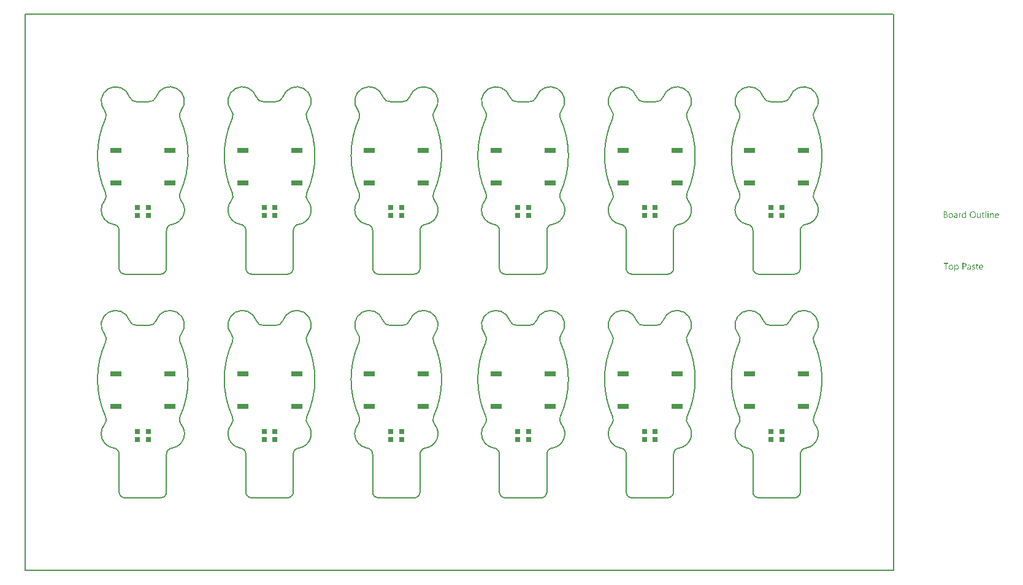
<source format=gtp>
G04*
G04 #@! TF.GenerationSoftware,Altium Limited,Altium Designer,21.9.2 (33)*
G04*
G04 Layer_Color=8421504*
%FSAX25Y25*%
%MOIN*%
G70*
G04*
G04 #@! TF.SameCoordinates,9F9AC68D-029E-4633-ADBB-40B06648E365*
G04*
G04*
G04 #@! TF.FilePolarity,Positive*
G04*
G01*
G75*
%ADD10R,0.06299X0.02756*%
%ADD13R,0.03150X0.02559*%
%ADD17C,0.00787*%
G36*
X0503737Y0175374D02*
X0503761D01*
X0503817Y0175349D01*
X0503848Y0175330D01*
X0503879Y0175306D01*
X0503885Y0175300D01*
X0503891Y0175293D01*
X0503922Y0175256D01*
X0503947Y0175194D01*
X0503953Y0175157D01*
X0503960Y0175120D01*
Y0175114D01*
Y0175101D01*
X0503953Y0175083D01*
X0503947Y0175058D01*
X0503929Y0174996D01*
X0503904Y0174965D01*
X0503879Y0174934D01*
X0503873D01*
X0503867Y0174922D01*
X0503829Y0174897D01*
X0503774Y0174872D01*
X0503737Y0174866D01*
X0503699Y0174860D01*
X0503681D01*
X0503662Y0174866D01*
X0503638D01*
X0503576Y0174891D01*
X0503545Y0174903D01*
X0503514Y0174928D01*
Y0174934D01*
X0503501Y0174941D01*
X0503489Y0174959D01*
X0503477Y0174978D01*
X0503452Y0175040D01*
X0503446Y0175077D01*
X0503440Y0175120D01*
Y0175126D01*
Y0175138D01*
X0503446Y0175157D01*
X0503452Y0175188D01*
X0503471Y0175244D01*
X0503489Y0175275D01*
X0503514Y0175306D01*
X0503520Y0175312D01*
X0503526Y0175318D01*
X0503563Y0175343D01*
X0503625Y0175368D01*
X0503662Y0175380D01*
X0503718D01*
X0503737Y0175374D01*
D02*
G37*
G36*
X0491747Y0171709D02*
X0491344D01*
Y0172130D01*
X0491332D01*
Y0172124D01*
X0491320Y0172112D01*
X0491301Y0172087D01*
X0491282Y0172056D01*
X0491251Y0172019D01*
X0491214Y0171982D01*
X0491171Y0171938D01*
X0491121Y0171895D01*
X0491066Y0171845D01*
X0490998Y0171802D01*
X0490930Y0171765D01*
X0490849Y0171728D01*
X0490769Y0171697D01*
X0490676Y0171672D01*
X0490577Y0171660D01*
X0490472Y0171654D01*
X0490428D01*
X0490391Y0171660D01*
X0490354Y0171666D01*
X0490304Y0171672D01*
X0490199Y0171697D01*
X0490075Y0171734D01*
X0489952Y0171796D01*
X0489883Y0171833D01*
X0489828Y0171876D01*
X0489766Y0171932D01*
X0489710Y0171988D01*
Y0171994D01*
X0489698Y0172006D01*
X0489685Y0172025D01*
X0489667Y0172050D01*
X0489648Y0172081D01*
X0489623Y0172124D01*
X0489599Y0172174D01*
X0489574Y0172229D01*
X0489543Y0172291D01*
X0489518Y0172359D01*
X0489494Y0172433D01*
X0489475Y0172514D01*
X0489456Y0172601D01*
X0489444Y0172700D01*
X0489438Y0172799D01*
X0489432Y0172904D01*
Y0172910D01*
Y0172929D01*
Y0172966D01*
X0489438Y0173009D01*
X0489444Y0173059D01*
X0489450Y0173121D01*
X0489456Y0173189D01*
X0489469Y0173263D01*
X0489506Y0173424D01*
X0489562Y0173591D01*
X0489599Y0173671D01*
X0489642Y0173752D01*
X0489685Y0173826D01*
X0489741Y0173900D01*
X0489747Y0173907D01*
X0489753Y0173919D01*
X0489772Y0173938D01*
X0489797Y0173962D01*
X0489828Y0173987D01*
X0489871Y0174018D01*
X0489914Y0174055D01*
X0489964Y0174092D01*
X0490088Y0174161D01*
X0490230Y0174222D01*
X0490310Y0174241D01*
X0490397Y0174259D01*
X0490484Y0174272D01*
X0490583Y0174278D01*
X0490632D01*
X0490670Y0174272D01*
X0490707Y0174266D01*
X0490756Y0174259D01*
X0490868Y0174229D01*
X0490991Y0174179D01*
X0491053Y0174148D01*
X0491115Y0174105D01*
X0491177Y0174062D01*
X0491233Y0174006D01*
X0491282Y0173944D01*
X0491332Y0173870D01*
X0491344D01*
Y0175429D01*
X0491747D01*
Y0171709D01*
D02*
G37*
G36*
X0506015Y0174272D02*
X0506089Y0174266D01*
X0506182Y0174247D01*
X0506281Y0174216D01*
X0506386Y0174167D01*
X0506491Y0174099D01*
X0506534Y0174062D01*
X0506578Y0174012D01*
X0506590Y0174000D01*
X0506615Y0173962D01*
X0506646Y0173900D01*
X0506689Y0173814D01*
X0506726Y0173709D01*
X0506764Y0173579D01*
X0506788Y0173424D01*
X0506795Y0173244D01*
Y0171709D01*
X0506392D01*
Y0173139D01*
Y0173145D01*
Y0173176D01*
X0506386Y0173213D01*
Y0173263D01*
X0506374Y0173325D01*
X0506361Y0173393D01*
X0506343Y0173467D01*
X0506318Y0173541D01*
X0506287Y0173616D01*
X0506250Y0173684D01*
X0506200Y0173752D01*
X0506145Y0173814D01*
X0506083Y0173863D01*
X0506002Y0173900D01*
X0505915Y0173932D01*
X0505810Y0173938D01*
X0505798D01*
X0505761Y0173932D01*
X0505705Y0173925D01*
X0505637Y0173907D01*
X0505556Y0173882D01*
X0505470Y0173839D01*
X0505389Y0173783D01*
X0505309Y0173709D01*
X0505303Y0173696D01*
X0505278Y0173671D01*
X0505247Y0173622D01*
X0505210Y0173554D01*
X0505173Y0173473D01*
X0505142Y0173374D01*
X0505117Y0173263D01*
X0505111Y0173139D01*
Y0171709D01*
X0504708D01*
Y0174222D01*
X0505111D01*
Y0173802D01*
X0505123D01*
X0505129Y0173808D01*
X0505136Y0173820D01*
X0505154Y0173845D01*
X0505179Y0173876D01*
X0505204Y0173913D01*
X0505241Y0173950D01*
X0505284Y0173993D01*
X0505334Y0174043D01*
X0505389Y0174086D01*
X0505451Y0174130D01*
X0505519Y0174167D01*
X0505594Y0174204D01*
X0505668Y0174235D01*
X0505755Y0174259D01*
X0505847Y0174272D01*
X0505946Y0174278D01*
X0505984D01*
X0506015Y0174272D01*
D02*
G37*
G36*
X0489017Y0174259D02*
X0489091Y0174253D01*
X0489134Y0174241D01*
X0489165Y0174229D01*
Y0173814D01*
X0489159Y0173820D01*
X0489147Y0173826D01*
X0489122Y0173839D01*
X0489091Y0173857D01*
X0489048Y0173870D01*
X0488992Y0173882D01*
X0488930Y0173888D01*
X0488862Y0173894D01*
X0488850D01*
X0488819Y0173888D01*
X0488769Y0173882D01*
X0488714Y0173863D01*
X0488639Y0173832D01*
X0488571Y0173789D01*
X0488497Y0173727D01*
X0488429Y0173647D01*
X0488423Y0173634D01*
X0488404Y0173603D01*
X0488373Y0173548D01*
X0488342Y0173473D01*
X0488311Y0173381D01*
X0488280Y0173263D01*
X0488262Y0173133D01*
X0488256Y0172984D01*
Y0171709D01*
X0487853D01*
Y0174222D01*
X0488256D01*
Y0173702D01*
X0488268D01*
Y0173709D01*
X0488274Y0173715D01*
X0488286Y0173746D01*
X0488305Y0173795D01*
X0488336Y0173857D01*
X0488367Y0173919D01*
X0488416Y0173987D01*
X0488466Y0174055D01*
X0488528Y0174117D01*
X0488534Y0174123D01*
X0488559Y0174142D01*
X0488596Y0174167D01*
X0488645Y0174191D01*
X0488701Y0174216D01*
X0488769Y0174241D01*
X0488843Y0174259D01*
X0488924Y0174266D01*
X0488980D01*
X0489017Y0174259D01*
D02*
G37*
G36*
X0499756Y0171709D02*
X0499354D01*
Y0172105D01*
X0499342D01*
Y0172099D01*
X0499329Y0172087D01*
X0499317Y0172062D01*
X0499292Y0172037D01*
X0499236Y0171963D01*
X0499150Y0171883D01*
X0499100Y0171839D01*
X0499045Y0171796D01*
X0498983Y0171759D01*
X0498908Y0171722D01*
X0498834Y0171697D01*
X0498754Y0171672D01*
X0498661Y0171660D01*
X0498568Y0171654D01*
X0498531D01*
X0498488Y0171660D01*
X0498426Y0171672D01*
X0498357Y0171685D01*
X0498283Y0171709D01*
X0498203Y0171740D01*
X0498122Y0171790D01*
X0498036Y0171845D01*
X0497955Y0171914D01*
X0497881Y0172000D01*
X0497813Y0172105D01*
X0497751Y0172223D01*
X0497708Y0172365D01*
X0497683Y0172532D01*
X0497670Y0172619D01*
Y0172718D01*
Y0174222D01*
X0498067D01*
Y0172780D01*
Y0172774D01*
Y0172749D01*
X0498073Y0172706D01*
X0498079Y0172656D01*
X0498085Y0172594D01*
X0498098Y0172532D01*
X0498116Y0172458D01*
X0498141Y0172384D01*
X0498178Y0172310D01*
X0498215Y0172242D01*
X0498265Y0172174D01*
X0498327Y0172112D01*
X0498395Y0172062D01*
X0498475Y0172025D01*
X0498574Y0171994D01*
X0498679Y0171988D01*
X0498692D01*
X0498729Y0171994D01*
X0498785Y0172000D01*
X0498847Y0172013D01*
X0498927Y0172044D01*
X0499008Y0172081D01*
X0499088Y0172130D01*
X0499162Y0172204D01*
X0499168Y0172217D01*
X0499193Y0172242D01*
X0499224Y0172291D01*
X0499261Y0172359D01*
X0499292Y0172440D01*
X0499323Y0172539D01*
X0499348Y0172650D01*
X0499354Y0172774D01*
Y0174222D01*
X0499756D01*
Y0171709D01*
D02*
G37*
G36*
X0503891D02*
X0503489D01*
Y0174222D01*
X0503891D01*
Y0171709D01*
D02*
G37*
G36*
X0502672D02*
X0502270D01*
Y0175429D01*
X0502672D01*
Y0171709D01*
D02*
G37*
G36*
X0486293Y0174272D02*
X0486349Y0174266D01*
X0486417Y0174247D01*
X0486491Y0174229D01*
X0486572Y0174198D01*
X0486658Y0174161D01*
X0486739Y0174111D01*
X0486819Y0174049D01*
X0486894Y0173975D01*
X0486962Y0173882D01*
X0487017Y0173777D01*
X0487061Y0173653D01*
X0487085Y0173511D01*
X0487098Y0173343D01*
Y0171709D01*
X0486696D01*
Y0172099D01*
X0486683D01*
Y0172093D01*
X0486671Y0172081D01*
X0486658Y0172056D01*
X0486634Y0172031D01*
X0486572Y0171957D01*
X0486491Y0171876D01*
X0486380Y0171796D01*
X0486250Y0171722D01*
X0486169Y0171697D01*
X0486089Y0171672D01*
X0486002Y0171660D01*
X0485910Y0171654D01*
X0485872D01*
X0485848Y0171660D01*
X0485779Y0171666D01*
X0485699Y0171678D01*
X0485600Y0171703D01*
X0485507Y0171734D01*
X0485408Y0171783D01*
X0485321Y0171845D01*
X0485315Y0171858D01*
X0485290Y0171883D01*
X0485253Y0171926D01*
X0485216Y0171988D01*
X0485179Y0172062D01*
X0485142Y0172149D01*
X0485117Y0172254D01*
X0485111Y0172372D01*
Y0172378D01*
Y0172403D01*
X0485117Y0172440D01*
X0485123Y0172483D01*
X0485136Y0172539D01*
X0485154Y0172601D01*
X0485179Y0172669D01*
X0485216Y0172737D01*
X0485259Y0172811D01*
X0485315Y0172885D01*
X0485383Y0172953D01*
X0485464Y0173015D01*
X0485557Y0173077D01*
X0485668Y0173127D01*
X0485792Y0173164D01*
X0485940Y0173195D01*
X0486696Y0173300D01*
Y0173306D01*
Y0173325D01*
X0486689Y0173362D01*
Y0173399D01*
X0486677Y0173449D01*
X0486671Y0173504D01*
X0486634Y0173622D01*
X0486603Y0173678D01*
X0486572Y0173733D01*
X0486528Y0173789D01*
X0486479Y0173839D01*
X0486417Y0173882D01*
X0486349Y0173913D01*
X0486269Y0173932D01*
X0486176Y0173938D01*
X0486132D01*
X0486101Y0173932D01*
X0486058D01*
X0486015Y0173919D01*
X0485903Y0173900D01*
X0485779Y0173863D01*
X0485643Y0173808D01*
X0485569Y0173770D01*
X0485501Y0173733D01*
X0485427Y0173684D01*
X0485358Y0173628D01*
Y0174043D01*
X0485365D01*
X0485377Y0174055D01*
X0485396Y0174068D01*
X0485427Y0174080D01*
X0485458Y0174099D01*
X0485501Y0174117D01*
X0485550Y0174136D01*
X0485606Y0174161D01*
X0485730Y0174204D01*
X0485879Y0174241D01*
X0486039Y0174266D01*
X0486213Y0174278D01*
X0486250D01*
X0486293Y0174272D01*
D02*
G37*
G36*
X0480605Y0175219D02*
X0480648D01*
X0480691Y0175213D01*
X0480790Y0175200D01*
X0480908Y0175170D01*
X0481032Y0175132D01*
X0481149Y0175077D01*
X0481255Y0175002D01*
X0481261D01*
X0481267Y0174990D01*
X0481298Y0174965D01*
X0481341Y0174916D01*
X0481391Y0174848D01*
X0481434Y0174761D01*
X0481477Y0174662D01*
X0481508Y0174550D01*
X0481521Y0174489D01*
Y0174420D01*
Y0174414D01*
Y0174408D01*
Y0174371D01*
X0481515Y0174315D01*
X0481502Y0174247D01*
X0481484Y0174161D01*
X0481453Y0174074D01*
X0481416Y0173987D01*
X0481360Y0173900D01*
X0481354Y0173888D01*
X0481329Y0173863D01*
X0481292Y0173826D01*
X0481242Y0173777D01*
X0481180Y0173727D01*
X0481106Y0173671D01*
X0481013Y0173628D01*
X0480914Y0173585D01*
Y0173579D01*
X0480933D01*
X0480951Y0173573D01*
X0480970Y0173566D01*
X0481038Y0173554D01*
X0481118Y0173529D01*
X0481205Y0173492D01*
X0481298Y0173449D01*
X0481391Y0173387D01*
X0481477Y0173306D01*
X0481490Y0173294D01*
X0481515Y0173263D01*
X0481545Y0173220D01*
X0481589Y0173152D01*
X0481626Y0173065D01*
X0481663Y0172966D01*
X0481688Y0172848D01*
X0481694Y0172718D01*
Y0172712D01*
Y0172700D01*
Y0172675D01*
X0481688Y0172644D01*
X0481682Y0172607D01*
X0481675Y0172564D01*
X0481651Y0172458D01*
X0481614Y0172341D01*
X0481558Y0172217D01*
X0481521Y0172161D01*
X0481477Y0172099D01*
X0481422Y0172044D01*
X0481366Y0171988D01*
X0481360D01*
X0481354Y0171975D01*
X0481335Y0171963D01*
X0481310Y0171944D01*
X0481279Y0171926D01*
X0481236Y0171901D01*
X0481143Y0171852D01*
X0481026Y0171796D01*
X0480889Y0171753D01*
X0480728Y0171722D01*
X0480648Y0171715D01*
X0480555Y0171709D01*
X0479528D01*
Y0175225D01*
X0480574D01*
X0480605Y0175219D01*
D02*
G37*
G36*
X0501100Y0174222D02*
X0501737D01*
Y0173876D01*
X0501100D01*
Y0172458D01*
Y0172446D01*
Y0172415D01*
X0501106Y0172372D01*
X0501112Y0172316D01*
X0501137Y0172198D01*
X0501155Y0172143D01*
X0501186Y0172099D01*
X0501193Y0172093D01*
X0501205Y0172081D01*
X0501224Y0172068D01*
X0501255Y0172050D01*
X0501292Y0172025D01*
X0501341Y0172013D01*
X0501403Y0172000D01*
X0501471Y0171994D01*
X0501496D01*
X0501527Y0172000D01*
X0501564Y0172006D01*
X0501651Y0172031D01*
X0501694Y0172050D01*
X0501737Y0172074D01*
Y0171728D01*
X0501731D01*
X0501713Y0171715D01*
X0501682Y0171709D01*
X0501638Y0171697D01*
X0501582Y0171685D01*
X0501521Y0171672D01*
X0501446Y0171666D01*
X0501360Y0171660D01*
X0501329D01*
X0501298Y0171666D01*
X0501255Y0171672D01*
X0501205Y0171685D01*
X0501149Y0171697D01*
X0501093Y0171722D01*
X0501032Y0171753D01*
X0500970Y0171790D01*
X0500908Y0171839D01*
X0500852Y0171895D01*
X0500803Y0171969D01*
X0500759Y0172050D01*
X0500728Y0172149D01*
X0500703Y0172260D01*
X0500697Y0172390D01*
Y0173876D01*
X0500270D01*
Y0174222D01*
X0500697D01*
Y0174835D01*
X0501100Y0174965D01*
Y0174222D01*
D02*
G37*
G36*
X0508627Y0174272D02*
X0508670Y0174266D01*
X0508713Y0174259D01*
X0508825Y0174241D01*
X0508949Y0174198D01*
X0509072Y0174142D01*
X0509134Y0174105D01*
X0509196Y0174062D01*
X0509252Y0174012D01*
X0509308Y0173956D01*
X0509314Y0173950D01*
X0509320Y0173944D01*
X0509332Y0173925D01*
X0509351Y0173900D01*
X0509370Y0173863D01*
X0509394Y0173826D01*
X0509419Y0173783D01*
X0509444Y0173727D01*
X0509469Y0173665D01*
X0509493Y0173603D01*
X0509518Y0173529D01*
X0509537Y0173449D01*
X0509555Y0173362D01*
X0509568Y0173275D01*
X0509580Y0173176D01*
Y0173071D01*
Y0172861D01*
X0507803D01*
Y0172854D01*
Y0172842D01*
Y0172824D01*
X0507810Y0172792D01*
X0507816Y0172755D01*
Y0172718D01*
X0507834Y0172619D01*
X0507865Y0172520D01*
X0507902Y0172409D01*
X0507958Y0172303D01*
X0508026Y0172211D01*
X0508039Y0172198D01*
X0508064Y0172174D01*
X0508113Y0172143D01*
X0508181Y0172099D01*
X0508268Y0172056D01*
X0508367Y0172025D01*
X0508484Y0172000D01*
X0508621Y0171988D01*
X0508664D01*
X0508695Y0171994D01*
X0508732D01*
X0508775Y0172000D01*
X0508881Y0172025D01*
X0508998Y0172056D01*
X0509128Y0172105D01*
X0509264Y0172174D01*
X0509332Y0172217D01*
X0509401Y0172266D01*
Y0171889D01*
X0509394D01*
X0509388Y0171876D01*
X0509370Y0171870D01*
X0509339Y0171852D01*
X0509308Y0171833D01*
X0509270Y0171815D01*
X0509221Y0171796D01*
X0509171Y0171771D01*
X0509110Y0171746D01*
X0509042Y0171728D01*
X0508893Y0171691D01*
X0508720Y0171666D01*
X0508528Y0171654D01*
X0508478D01*
X0508441Y0171660D01*
X0508398Y0171666D01*
X0508342Y0171672D01*
X0508224Y0171697D01*
X0508088Y0171734D01*
X0507952Y0171796D01*
X0507884Y0171839D01*
X0507816Y0171883D01*
X0507754Y0171932D01*
X0507692Y0171994D01*
X0507686Y0172000D01*
X0507680Y0172013D01*
X0507667Y0172031D01*
X0507643Y0172056D01*
X0507624Y0172093D01*
X0507599Y0172136D01*
X0507568Y0172186D01*
X0507544Y0172242D01*
X0507513Y0172303D01*
X0507488Y0172378D01*
X0507457Y0172458D01*
X0507438Y0172545D01*
X0507420Y0172638D01*
X0507401Y0172737D01*
X0507395Y0172842D01*
X0507389Y0172953D01*
Y0172960D01*
Y0172978D01*
Y0173009D01*
X0507395Y0173053D01*
X0507401Y0173102D01*
X0507407Y0173158D01*
X0507413Y0173226D01*
X0507432Y0173294D01*
X0507469Y0173442D01*
X0507525Y0173603D01*
X0507562Y0173684D01*
X0507612Y0173758D01*
X0507661Y0173839D01*
X0507717Y0173907D01*
X0507723Y0173913D01*
X0507735Y0173925D01*
X0507754Y0173944D01*
X0507779Y0173962D01*
X0507810Y0173993D01*
X0507847Y0174024D01*
X0507896Y0174055D01*
X0507946Y0174092D01*
X0508064Y0174161D01*
X0508206Y0174222D01*
X0508286Y0174241D01*
X0508367Y0174259D01*
X0508453Y0174272D01*
X0508546Y0174278D01*
X0508596D01*
X0508627Y0174272D01*
D02*
G37*
G36*
X0495584Y0175281D02*
X0495646Y0175275D01*
X0495721Y0175262D01*
X0495801Y0175244D01*
X0495888Y0175225D01*
X0495974Y0175200D01*
X0496073Y0175170D01*
X0496166Y0175126D01*
X0496265Y0175077D01*
X0496364Y0175021D01*
X0496457Y0174953D01*
X0496550Y0174879D01*
X0496637Y0174792D01*
X0496643Y0174786D01*
X0496655Y0174767D01*
X0496680Y0174742D01*
X0496705Y0174705D01*
X0496742Y0174656D01*
X0496779Y0174594D01*
X0496816Y0174526D01*
X0496860Y0174451D01*
X0496903Y0174359D01*
X0496940Y0174266D01*
X0496977Y0174161D01*
X0497014Y0174043D01*
X0497039Y0173925D01*
X0497064Y0173795D01*
X0497076Y0173653D01*
X0497082Y0173511D01*
Y0173498D01*
Y0173473D01*
Y0173430D01*
X0497076Y0173368D01*
X0497070Y0173294D01*
X0497058Y0173213D01*
X0497045Y0173121D01*
X0497027Y0173015D01*
X0497002Y0172910D01*
X0496971Y0172799D01*
X0496934Y0172687D01*
X0496890Y0172576D01*
X0496835Y0172458D01*
X0496773Y0172353D01*
X0496705Y0172248D01*
X0496624Y0172149D01*
X0496618Y0172143D01*
X0496606Y0172130D01*
X0496575Y0172105D01*
X0496544Y0172074D01*
X0496494Y0172031D01*
X0496439Y0171994D01*
X0496377Y0171944D01*
X0496303Y0171901D01*
X0496222Y0171858D01*
X0496129Y0171808D01*
X0496030Y0171771D01*
X0495919Y0171734D01*
X0495801Y0171697D01*
X0495677Y0171672D01*
X0495547Y0171660D01*
X0495405Y0171654D01*
X0495374D01*
X0495331Y0171660D01*
X0495281D01*
X0495219Y0171666D01*
X0495145Y0171678D01*
X0495064Y0171697D01*
X0494972Y0171715D01*
X0494879Y0171740D01*
X0494780Y0171771D01*
X0494681Y0171815D01*
X0494582Y0171858D01*
X0494483Y0171914D01*
X0494384Y0171982D01*
X0494291Y0172056D01*
X0494204Y0172143D01*
X0494198Y0172149D01*
X0494185Y0172167D01*
X0494161Y0172192D01*
X0494136Y0172229D01*
X0494099Y0172279D01*
X0494062Y0172341D01*
X0494025Y0172409D01*
X0493981Y0172489D01*
X0493938Y0172576D01*
X0493901Y0172669D01*
X0493864Y0172774D01*
X0493826Y0172892D01*
X0493802Y0173009D01*
X0493777Y0173139D01*
X0493765Y0173282D01*
X0493758Y0173424D01*
Y0173436D01*
Y0173461D01*
X0493765Y0173504D01*
Y0173566D01*
X0493771Y0173634D01*
X0493783Y0173721D01*
X0493795Y0173814D01*
X0493814Y0173913D01*
X0493839Y0174018D01*
X0493870Y0174130D01*
X0493907Y0174241D01*
X0493950Y0174352D01*
X0494006Y0174464D01*
X0494068Y0174575D01*
X0494136Y0174680D01*
X0494216Y0174779D01*
X0494223Y0174786D01*
X0494235Y0174804D01*
X0494266Y0174829D01*
X0494303Y0174860D01*
X0494346Y0174897D01*
X0494402Y0174941D01*
X0494470Y0174984D01*
X0494545Y0175033D01*
X0494631Y0175083D01*
X0494724Y0175126D01*
X0494823Y0175170D01*
X0494935Y0175207D01*
X0495058Y0175238D01*
X0495188Y0175268D01*
X0495324Y0175281D01*
X0495467Y0175287D01*
X0495535D01*
X0495584Y0175281D01*
D02*
G37*
G36*
X0483557Y0174272D02*
X0483601Y0174266D01*
X0483656Y0174259D01*
X0483780Y0174235D01*
X0483922Y0174191D01*
X0484065Y0174130D01*
X0484139Y0174092D01*
X0484207Y0174049D01*
X0484275Y0173993D01*
X0484337Y0173932D01*
X0484343Y0173925D01*
X0484350Y0173913D01*
X0484368Y0173894D01*
X0484387Y0173870D01*
X0484411Y0173832D01*
X0484436Y0173789D01*
X0484467Y0173740D01*
X0484498Y0173684D01*
X0484523Y0173616D01*
X0484554Y0173548D01*
X0484579Y0173467D01*
X0484603Y0173381D01*
X0484622Y0173288D01*
X0484641Y0173189D01*
X0484647Y0173083D01*
X0484653Y0172972D01*
Y0172966D01*
Y0172947D01*
Y0172916D01*
X0484647Y0172873D01*
X0484641Y0172824D01*
X0484634Y0172762D01*
X0484622Y0172700D01*
X0484610Y0172625D01*
X0484572Y0172477D01*
X0484511Y0172316D01*
X0484473Y0172235D01*
X0484424Y0172155D01*
X0484374Y0172081D01*
X0484312Y0172013D01*
X0484306Y0172006D01*
X0484294Y0172000D01*
X0484275Y0171982D01*
X0484250Y0171957D01*
X0484213Y0171932D01*
X0484176Y0171901D01*
X0484127Y0171864D01*
X0484071Y0171833D01*
X0484009Y0171802D01*
X0483941Y0171765D01*
X0483867Y0171734D01*
X0483786Y0171709D01*
X0483700Y0171685D01*
X0483607Y0171672D01*
X0483508Y0171660D01*
X0483402Y0171654D01*
X0483347D01*
X0483310Y0171660D01*
X0483266Y0171666D01*
X0483211Y0171672D01*
X0483149Y0171685D01*
X0483081Y0171697D01*
X0482938Y0171740D01*
X0482790Y0171802D01*
X0482715Y0171839D01*
X0482647Y0171889D01*
X0482579Y0171938D01*
X0482511Y0172000D01*
X0482505Y0172006D01*
X0482499Y0172019D01*
X0482480Y0172037D01*
X0482462Y0172062D01*
X0482437Y0172099D01*
X0482406Y0172143D01*
X0482375Y0172192D01*
X0482350Y0172248D01*
X0482319Y0172316D01*
X0482288Y0172384D01*
X0482257Y0172458D01*
X0482233Y0172545D01*
X0482195Y0172731D01*
X0482189Y0172830D01*
X0482183Y0172935D01*
Y0172941D01*
Y0172966D01*
Y0172997D01*
X0482189Y0173040D01*
X0482195Y0173090D01*
X0482202Y0173152D01*
X0482214Y0173220D01*
X0482226Y0173294D01*
X0482264Y0173455D01*
X0482325Y0173616D01*
X0482369Y0173696D01*
X0482412Y0173777D01*
X0482462Y0173851D01*
X0482523Y0173919D01*
X0482530Y0173925D01*
X0482542Y0173938D01*
X0482561Y0173950D01*
X0482585Y0173975D01*
X0482623Y0174000D01*
X0482666Y0174030D01*
X0482715Y0174068D01*
X0482771Y0174099D01*
X0482833Y0174130D01*
X0482907Y0174167D01*
X0482982Y0174198D01*
X0483068Y0174222D01*
X0483155Y0174247D01*
X0483254Y0174266D01*
X0483359Y0174272D01*
X0483464Y0174278D01*
X0483520D01*
X0483557Y0174272D01*
D02*
G37*
G36*
X0486770Y0146234D02*
X0486813Y0146228D01*
X0486857Y0146221D01*
X0486968Y0146197D01*
X0487092Y0146159D01*
X0487216Y0146098D01*
X0487277Y0146060D01*
X0487339Y0146011D01*
X0487395Y0145961D01*
X0487451Y0145899D01*
X0487457Y0145893D01*
X0487463Y0145887D01*
X0487475Y0145862D01*
X0487494Y0145837D01*
X0487513Y0145807D01*
X0487537Y0145763D01*
X0487562Y0145714D01*
X0487587Y0145664D01*
X0487612Y0145602D01*
X0487637Y0145534D01*
X0487661Y0145460D01*
X0487680Y0145379D01*
X0487711Y0145200D01*
X0487723Y0145101D01*
Y0144996D01*
Y0144990D01*
Y0144971D01*
Y0144934D01*
X0487717Y0144890D01*
Y0144841D01*
X0487705Y0144779D01*
X0487698Y0144711D01*
X0487686Y0144637D01*
X0487649Y0144476D01*
X0487593Y0144309D01*
X0487556Y0144228D01*
X0487519Y0144148D01*
X0487469Y0144067D01*
X0487414Y0143993D01*
X0487407Y0143987D01*
X0487401Y0143974D01*
X0487383Y0143956D01*
X0487358Y0143937D01*
X0487327Y0143906D01*
X0487290Y0143875D01*
X0487247Y0143838D01*
X0487197Y0143807D01*
X0487141Y0143770D01*
X0487079Y0143733D01*
X0486931Y0143677D01*
X0486850Y0143652D01*
X0486770Y0143634D01*
X0486677Y0143622D01*
X0486578Y0143615D01*
X0486528D01*
X0486497Y0143622D01*
X0486454Y0143628D01*
X0486411Y0143640D01*
X0486299Y0143665D01*
X0486182Y0143714D01*
X0486114Y0143752D01*
X0486052Y0143789D01*
X0485990Y0143838D01*
X0485934Y0143894D01*
X0485872Y0143956D01*
X0485823Y0144030D01*
X0485810D01*
Y0142520D01*
X0485408D01*
Y0146184D01*
X0485810D01*
Y0145738D01*
X0485823D01*
X0485829Y0145745D01*
X0485835Y0145763D01*
X0485854Y0145788D01*
X0485879Y0145819D01*
X0485910Y0145856D01*
X0485947Y0145899D01*
X0485990Y0145943D01*
X0486046Y0145992D01*
X0486101Y0146036D01*
X0486163Y0146079D01*
X0486237Y0146122D01*
X0486312Y0146159D01*
X0486399Y0146197D01*
X0486491Y0146221D01*
X0486584Y0146234D01*
X0486689Y0146240D01*
X0486739D01*
X0486770Y0146234D01*
D02*
G37*
G36*
X0496042D02*
X0496123Y0146228D01*
X0496210Y0146215D01*
X0496309Y0146190D01*
X0496408Y0146166D01*
X0496507Y0146128D01*
Y0145720D01*
X0496494Y0145726D01*
X0496457Y0145751D01*
X0496402Y0145776D01*
X0496327Y0145813D01*
X0496234Y0145844D01*
X0496123Y0145875D01*
X0495999Y0145893D01*
X0495869Y0145899D01*
X0495801D01*
X0495739Y0145887D01*
X0495665Y0145875D01*
X0495659D01*
X0495652Y0145869D01*
X0495615Y0145856D01*
X0495566Y0145831D01*
X0495510Y0145800D01*
X0495498Y0145794D01*
X0495473Y0145770D01*
X0495442Y0145732D01*
X0495411Y0145689D01*
X0495405Y0145677D01*
X0495393Y0145646D01*
X0495380Y0145602D01*
X0495374Y0145547D01*
Y0145540D01*
Y0145528D01*
Y0145510D01*
X0495380Y0145491D01*
X0495393Y0145435D01*
X0495411Y0145379D01*
X0495417Y0145367D01*
X0495436Y0145342D01*
X0495473Y0145305D01*
X0495516Y0145262D01*
X0495522D01*
X0495529Y0145256D01*
X0495566Y0145231D01*
X0495615Y0145200D01*
X0495683Y0145169D01*
X0495690D01*
X0495702Y0145163D01*
X0495721Y0145157D01*
X0495752Y0145144D01*
X0495820Y0145120D01*
X0495906Y0145082D01*
X0495913D01*
X0495937Y0145070D01*
X0495968Y0145058D01*
X0496005Y0145045D01*
X0496104Y0145002D01*
X0496203Y0144952D01*
X0496210D01*
X0496228Y0144940D01*
X0496253Y0144928D01*
X0496284Y0144909D01*
X0496358Y0144860D01*
X0496432Y0144798D01*
X0496439Y0144791D01*
X0496451Y0144785D01*
X0496463Y0144767D01*
X0496488Y0144742D01*
X0496531Y0144680D01*
X0496575Y0144599D01*
Y0144593D01*
X0496581Y0144581D01*
X0496593Y0144556D01*
X0496600Y0144525D01*
X0496612Y0144488D01*
X0496618Y0144445D01*
X0496624Y0144340D01*
Y0144333D01*
Y0144309D01*
X0496618Y0144272D01*
X0496612Y0144228D01*
X0496606Y0144179D01*
X0496587Y0144123D01*
X0496569Y0144073D01*
X0496538Y0144018D01*
X0496531Y0144011D01*
X0496525Y0143993D01*
X0496507Y0143968D01*
X0496482Y0143937D01*
X0496451Y0143900D01*
X0496414Y0143863D01*
X0496321Y0143789D01*
X0496315Y0143782D01*
X0496296Y0143776D01*
X0496272Y0143758D01*
X0496228Y0143739D01*
X0496185Y0143714D01*
X0496129Y0143696D01*
X0496073Y0143677D01*
X0496005Y0143659D01*
X0495999D01*
X0495974Y0143652D01*
X0495937Y0143646D01*
X0495894Y0143640D01*
X0495832Y0143628D01*
X0495770Y0143622D01*
X0495628Y0143615D01*
X0495566D01*
X0495492Y0143622D01*
X0495399Y0143634D01*
X0495294Y0143652D01*
X0495182Y0143677D01*
X0495071Y0143708D01*
X0494959Y0143758D01*
Y0144191D01*
X0494965D01*
X0494972Y0144179D01*
X0494990Y0144166D01*
X0495015Y0144154D01*
X0495083Y0144117D01*
X0495176Y0144073D01*
X0495281Y0144024D01*
X0495405Y0143987D01*
X0495541Y0143962D01*
X0495683Y0143950D01*
X0495733D01*
X0495764Y0143956D01*
X0495851Y0143968D01*
X0495950Y0143993D01*
X0496042Y0144036D01*
X0496086Y0144067D01*
X0496129Y0144098D01*
X0496160Y0144141D01*
X0496185Y0144185D01*
X0496203Y0144240D01*
X0496210Y0144302D01*
Y0144309D01*
Y0144321D01*
Y0144340D01*
X0496203Y0144358D01*
X0496191Y0144414D01*
X0496166Y0144470D01*
Y0144476D01*
X0496160Y0144482D01*
X0496135Y0144513D01*
X0496098Y0144556D01*
X0496042Y0144593D01*
X0496036D01*
X0496030Y0144606D01*
X0495993Y0144624D01*
X0495937Y0144661D01*
X0495863Y0144692D01*
X0495857D01*
X0495844Y0144699D01*
X0495826Y0144711D01*
X0495795Y0144723D01*
X0495727Y0144748D01*
X0495640Y0144785D01*
X0495634D01*
X0495609Y0144798D01*
X0495578Y0144810D01*
X0495541Y0144822D01*
X0495442Y0144866D01*
X0495343Y0144915D01*
X0495337Y0144921D01*
X0495324Y0144928D01*
X0495300Y0144940D01*
X0495269Y0144959D01*
X0495201Y0145008D01*
X0495132Y0145064D01*
X0495126Y0145070D01*
X0495120Y0145076D01*
X0495102Y0145095D01*
X0495083Y0145120D01*
X0495040Y0145181D01*
X0495003Y0145256D01*
Y0145262D01*
X0494996Y0145274D01*
X0494990Y0145299D01*
X0494984Y0145330D01*
X0494978Y0145367D01*
X0494972Y0145410D01*
X0494965Y0145516D01*
Y0145522D01*
Y0145547D01*
X0494972Y0145578D01*
X0494978Y0145621D01*
X0494984Y0145670D01*
X0495003Y0145720D01*
X0495021Y0145776D01*
X0495046Y0145825D01*
X0495052Y0145831D01*
X0495058Y0145850D01*
X0495077Y0145875D01*
X0495102Y0145906D01*
X0495170Y0145980D01*
X0495256Y0146054D01*
X0495262Y0146060D01*
X0495281Y0146067D01*
X0495306Y0146085D01*
X0495349Y0146104D01*
X0495393Y0146128D01*
X0495442Y0146153D01*
X0495566Y0146190D01*
X0495572D01*
X0495597Y0146197D01*
X0495628Y0146209D01*
X0495677Y0146215D01*
X0495727Y0146228D01*
X0495789Y0146234D01*
X0495925Y0146240D01*
X0495981D01*
X0496042Y0146234D01*
D02*
G37*
G36*
X0493548D02*
X0493604Y0146228D01*
X0493672Y0146209D01*
X0493746Y0146190D01*
X0493826Y0146159D01*
X0493913Y0146122D01*
X0493994Y0146073D01*
X0494074Y0146011D01*
X0494148Y0145937D01*
X0494216Y0145844D01*
X0494272Y0145738D01*
X0494315Y0145615D01*
X0494340Y0145472D01*
X0494353Y0145305D01*
Y0143671D01*
X0493950D01*
Y0144061D01*
X0493938D01*
Y0144055D01*
X0493926Y0144042D01*
X0493913Y0144018D01*
X0493888Y0143993D01*
X0493826Y0143919D01*
X0493746Y0143838D01*
X0493635Y0143758D01*
X0493505Y0143683D01*
X0493424Y0143659D01*
X0493344Y0143634D01*
X0493257Y0143622D01*
X0493164Y0143615D01*
X0493127D01*
X0493102Y0143622D01*
X0493034Y0143628D01*
X0492954Y0143640D01*
X0492855Y0143665D01*
X0492762Y0143696D01*
X0492663Y0143745D01*
X0492576Y0143807D01*
X0492570Y0143820D01*
X0492545Y0143844D01*
X0492508Y0143888D01*
X0492471Y0143950D01*
X0492434Y0144024D01*
X0492397Y0144111D01*
X0492372Y0144216D01*
X0492366Y0144333D01*
Y0144340D01*
Y0144364D01*
X0492372Y0144402D01*
X0492378Y0144445D01*
X0492390Y0144501D01*
X0492409Y0144562D01*
X0492434Y0144631D01*
X0492471Y0144699D01*
X0492514Y0144773D01*
X0492570Y0144847D01*
X0492638Y0144915D01*
X0492719Y0144977D01*
X0492811Y0145039D01*
X0492923Y0145089D01*
X0493047Y0145126D01*
X0493195Y0145157D01*
X0493950Y0145262D01*
Y0145268D01*
Y0145287D01*
X0493944Y0145324D01*
Y0145361D01*
X0493932Y0145410D01*
X0493926Y0145466D01*
X0493888Y0145584D01*
X0493857Y0145640D01*
X0493826Y0145695D01*
X0493783Y0145751D01*
X0493734Y0145800D01*
X0493672Y0145844D01*
X0493604Y0145875D01*
X0493523Y0145893D01*
X0493430Y0145899D01*
X0493387D01*
X0493356Y0145893D01*
X0493313D01*
X0493269Y0145881D01*
X0493158Y0145862D01*
X0493034Y0145825D01*
X0492898Y0145770D01*
X0492824Y0145732D01*
X0492756Y0145695D01*
X0492681Y0145646D01*
X0492613Y0145590D01*
Y0146005D01*
X0492619D01*
X0492632Y0146017D01*
X0492650Y0146029D01*
X0492681Y0146042D01*
X0492712Y0146060D01*
X0492756Y0146079D01*
X0492805Y0146098D01*
X0492861Y0146122D01*
X0492985Y0146166D01*
X0493133Y0146203D01*
X0493294Y0146228D01*
X0493467Y0146240D01*
X0493505D01*
X0493548Y0146234D01*
D02*
G37*
G36*
X0490849Y0147181D02*
X0490899D01*
X0490948Y0147175D01*
X0491078Y0147150D01*
X0491214Y0147119D01*
X0491363Y0147069D01*
X0491505Y0147001D01*
X0491567Y0146958D01*
X0491629Y0146908D01*
X0491635D01*
X0491641Y0146896D01*
X0491660Y0146878D01*
X0491678Y0146859D01*
X0491728Y0146797D01*
X0491790Y0146710D01*
X0491846Y0146599D01*
X0491895Y0146469D01*
X0491932Y0146314D01*
X0491938Y0146228D01*
X0491945Y0146135D01*
Y0146128D01*
Y0146110D01*
Y0146085D01*
X0491938Y0146054D01*
X0491932Y0146011D01*
X0491926Y0145961D01*
X0491901Y0145844D01*
X0491858Y0145714D01*
X0491796Y0145578D01*
X0491759Y0145510D01*
X0491716Y0145441D01*
X0491660Y0145373D01*
X0491598Y0145311D01*
X0491592Y0145305D01*
X0491579Y0145299D01*
X0491561Y0145280D01*
X0491536Y0145262D01*
X0491499Y0145237D01*
X0491456Y0145212D01*
X0491406Y0145181D01*
X0491351Y0145157D01*
X0491289Y0145126D01*
X0491221Y0145095D01*
X0491140Y0145070D01*
X0491059Y0145045D01*
X0490874Y0145008D01*
X0490775Y0145002D01*
X0490670Y0144996D01*
X0490205D01*
Y0143671D01*
X0489791D01*
Y0147187D01*
X0490812D01*
X0490849Y0147181D01*
D02*
G37*
G36*
X0481966Y0146816D02*
X0480951D01*
Y0143671D01*
X0480543D01*
Y0146816D01*
X0479528D01*
Y0147187D01*
X0481966D01*
Y0146816D01*
D02*
G37*
G36*
X0497776Y0146184D02*
X0498413D01*
Y0145837D01*
X0497776D01*
Y0144420D01*
Y0144408D01*
Y0144377D01*
X0497782Y0144333D01*
X0497788Y0144278D01*
X0497813Y0144160D01*
X0497831Y0144104D01*
X0497862Y0144061D01*
X0497868Y0144055D01*
X0497881Y0144042D01*
X0497899Y0144030D01*
X0497930Y0144011D01*
X0497968Y0143987D01*
X0498017Y0143974D01*
X0498079Y0143962D01*
X0498147Y0143956D01*
X0498172D01*
X0498203Y0143962D01*
X0498240Y0143968D01*
X0498327Y0143993D01*
X0498370Y0144011D01*
X0498413Y0144036D01*
Y0143690D01*
X0498407D01*
X0498388Y0143677D01*
X0498357Y0143671D01*
X0498314Y0143659D01*
X0498258Y0143646D01*
X0498197Y0143634D01*
X0498122Y0143628D01*
X0498036Y0143622D01*
X0498005D01*
X0497974Y0143628D01*
X0497930Y0143634D01*
X0497881Y0143646D01*
X0497825Y0143659D01*
X0497769Y0143683D01*
X0497708Y0143714D01*
X0497646Y0143752D01*
X0497584Y0143801D01*
X0497528Y0143857D01*
X0497479Y0143931D01*
X0497435Y0144011D01*
X0497404Y0144111D01*
X0497379Y0144222D01*
X0497373Y0144352D01*
Y0145837D01*
X0496946D01*
Y0146184D01*
X0497373D01*
Y0146797D01*
X0497776Y0146927D01*
Y0146184D01*
D02*
G37*
G36*
X0500016Y0146234D02*
X0500060Y0146228D01*
X0500103Y0146221D01*
X0500214Y0146203D01*
X0500338Y0146159D01*
X0500462Y0146104D01*
X0500524Y0146067D01*
X0500586Y0146023D01*
X0500642Y0145974D01*
X0500697Y0145918D01*
X0500703Y0145912D01*
X0500710Y0145906D01*
X0500722Y0145887D01*
X0500741Y0145862D01*
X0500759Y0145825D01*
X0500784Y0145788D01*
X0500809Y0145745D01*
X0500834Y0145689D01*
X0500858Y0145627D01*
X0500883Y0145565D01*
X0500908Y0145491D01*
X0500926Y0145410D01*
X0500945Y0145324D01*
X0500957Y0145237D01*
X0500970Y0145138D01*
Y0145033D01*
Y0144822D01*
X0499193D01*
Y0144816D01*
Y0144804D01*
Y0144785D01*
X0499199Y0144754D01*
X0499206Y0144717D01*
Y0144680D01*
X0499224Y0144581D01*
X0499255Y0144482D01*
X0499292Y0144370D01*
X0499348Y0144265D01*
X0499416Y0144172D01*
X0499428Y0144160D01*
X0499453Y0144135D01*
X0499503Y0144104D01*
X0499571Y0144061D01*
X0499657Y0144018D01*
X0499756Y0143987D01*
X0499874Y0143962D01*
X0500010Y0143950D01*
X0500054D01*
X0500085Y0143956D01*
X0500122D01*
X0500165Y0143962D01*
X0500270Y0143987D01*
X0500388Y0144018D01*
X0500518Y0144067D01*
X0500654Y0144135D01*
X0500722Y0144179D01*
X0500790Y0144228D01*
Y0143851D01*
X0500784D01*
X0500778Y0143838D01*
X0500759Y0143832D01*
X0500728Y0143813D01*
X0500697Y0143795D01*
X0500660Y0143776D01*
X0500611Y0143758D01*
X0500561Y0143733D01*
X0500499Y0143708D01*
X0500431Y0143690D01*
X0500283Y0143652D01*
X0500109Y0143628D01*
X0499917Y0143615D01*
X0499868D01*
X0499831Y0143622D01*
X0499787Y0143628D01*
X0499732Y0143634D01*
X0499614Y0143659D01*
X0499478Y0143696D01*
X0499342Y0143758D01*
X0499274Y0143801D01*
X0499206Y0143844D01*
X0499144Y0143894D01*
X0499082Y0143956D01*
X0499076Y0143962D01*
X0499069Y0143974D01*
X0499057Y0143993D01*
X0499032Y0144018D01*
X0499014Y0144055D01*
X0498989Y0144098D01*
X0498958Y0144148D01*
X0498933Y0144203D01*
X0498902Y0144265D01*
X0498877Y0144340D01*
X0498847Y0144420D01*
X0498828Y0144507D01*
X0498809Y0144599D01*
X0498791Y0144699D01*
X0498785Y0144804D01*
X0498778Y0144915D01*
Y0144921D01*
Y0144940D01*
Y0144971D01*
X0498785Y0145014D01*
X0498791Y0145064D01*
X0498797Y0145120D01*
X0498803Y0145188D01*
X0498822Y0145256D01*
X0498859Y0145404D01*
X0498915Y0145565D01*
X0498952Y0145646D01*
X0499001Y0145720D01*
X0499051Y0145800D01*
X0499107Y0145869D01*
X0499113Y0145875D01*
X0499125Y0145887D01*
X0499144Y0145906D01*
X0499168Y0145924D01*
X0499199Y0145955D01*
X0499236Y0145986D01*
X0499286Y0146017D01*
X0499336Y0146054D01*
X0499453Y0146122D01*
X0499595Y0146184D01*
X0499676Y0146203D01*
X0499756Y0146221D01*
X0499843Y0146234D01*
X0499936Y0146240D01*
X0499986D01*
X0500016Y0146234D01*
D02*
G37*
G36*
X0483669D02*
X0483712Y0146228D01*
X0483768Y0146221D01*
X0483891Y0146197D01*
X0484034Y0146153D01*
X0484176Y0146091D01*
X0484250Y0146054D01*
X0484319Y0146011D01*
X0484387Y0145955D01*
X0484449Y0145893D01*
X0484455Y0145887D01*
X0484461Y0145875D01*
X0484480Y0145856D01*
X0484498Y0145831D01*
X0484523Y0145794D01*
X0484548Y0145751D01*
X0484579Y0145701D01*
X0484610Y0145646D01*
X0484634Y0145578D01*
X0484665Y0145510D01*
X0484690Y0145429D01*
X0484715Y0145342D01*
X0484733Y0145249D01*
X0484752Y0145150D01*
X0484758Y0145045D01*
X0484764Y0144934D01*
Y0144928D01*
Y0144909D01*
Y0144878D01*
X0484758Y0144835D01*
X0484752Y0144785D01*
X0484746Y0144723D01*
X0484733Y0144661D01*
X0484721Y0144587D01*
X0484684Y0144439D01*
X0484622Y0144278D01*
X0484585Y0144197D01*
X0484535Y0144117D01*
X0484486Y0144042D01*
X0484424Y0143974D01*
X0484418Y0143968D01*
X0484405Y0143962D01*
X0484387Y0143943D01*
X0484362Y0143919D01*
X0484325Y0143894D01*
X0484288Y0143863D01*
X0484238Y0143826D01*
X0484182Y0143795D01*
X0484121Y0143764D01*
X0484053Y0143727D01*
X0483978Y0143696D01*
X0483898Y0143671D01*
X0483811Y0143646D01*
X0483718Y0143634D01*
X0483619Y0143622D01*
X0483514Y0143615D01*
X0483458D01*
X0483421Y0143622D01*
X0483378Y0143628D01*
X0483322Y0143634D01*
X0483260Y0143646D01*
X0483192Y0143659D01*
X0483050Y0143702D01*
X0482901Y0143764D01*
X0482827Y0143801D01*
X0482759Y0143851D01*
X0482691Y0143900D01*
X0482623Y0143962D01*
X0482616Y0143968D01*
X0482610Y0143981D01*
X0482592Y0143999D01*
X0482573Y0144024D01*
X0482548Y0144061D01*
X0482517Y0144104D01*
X0482486Y0144154D01*
X0482462Y0144210D01*
X0482431Y0144278D01*
X0482400Y0144346D01*
X0482369Y0144420D01*
X0482344Y0144507D01*
X0482307Y0144692D01*
X0482301Y0144791D01*
X0482295Y0144897D01*
Y0144903D01*
Y0144928D01*
Y0144959D01*
X0482301Y0145002D01*
X0482307Y0145051D01*
X0482313Y0145113D01*
X0482325Y0145181D01*
X0482338Y0145256D01*
X0482375Y0145417D01*
X0482437Y0145578D01*
X0482480Y0145658D01*
X0482523Y0145738D01*
X0482573Y0145813D01*
X0482635Y0145881D01*
X0482641Y0145887D01*
X0482654Y0145899D01*
X0482672Y0145912D01*
X0482697Y0145937D01*
X0482734Y0145961D01*
X0482777Y0145992D01*
X0482827Y0146029D01*
X0482882Y0146060D01*
X0482944Y0146091D01*
X0483019Y0146128D01*
X0483093Y0146159D01*
X0483180Y0146184D01*
X0483266Y0146209D01*
X0483365Y0146228D01*
X0483471Y0146234D01*
X0483576Y0146240D01*
X0483632D01*
X0483669Y0146234D01*
D02*
G37*
%LPC*%
G36*
X0490632Y0173938D02*
X0490595D01*
X0490570Y0173932D01*
X0490502Y0173925D01*
X0490422Y0173907D01*
X0490329Y0173870D01*
X0490230Y0173820D01*
X0490137Y0173758D01*
X0490094Y0173715D01*
X0490051Y0173665D01*
X0490044Y0173653D01*
X0490020Y0173616D01*
X0489983Y0173554D01*
X0489945Y0173473D01*
X0489908Y0173368D01*
X0489871Y0173238D01*
X0489846Y0173090D01*
X0489840Y0172923D01*
Y0172916D01*
Y0172904D01*
Y0172879D01*
X0489846Y0172848D01*
Y0172817D01*
X0489853Y0172774D01*
X0489865Y0172675D01*
X0489890Y0172564D01*
X0489927Y0172452D01*
X0489976Y0172341D01*
X0490044Y0172235D01*
X0490057Y0172223D01*
X0490082Y0172198D01*
X0490125Y0172155D01*
X0490187Y0172112D01*
X0490267Y0172068D01*
X0490360Y0172025D01*
X0490465Y0172000D01*
X0490589Y0171988D01*
X0490620D01*
X0490645Y0171994D01*
X0490707Y0172000D01*
X0490781Y0172019D01*
X0490868Y0172050D01*
X0490961Y0172087D01*
X0491047Y0172149D01*
X0491134Y0172229D01*
X0491140Y0172242D01*
X0491165Y0172273D01*
X0491202Y0172328D01*
X0491239Y0172396D01*
X0491276Y0172483D01*
X0491313Y0172588D01*
X0491338Y0172712D01*
X0491344Y0172842D01*
Y0173213D01*
Y0173220D01*
Y0173226D01*
Y0173263D01*
X0491332Y0173319D01*
X0491320Y0173393D01*
X0491295Y0173473D01*
X0491258Y0173560D01*
X0491208Y0173647D01*
X0491140Y0173727D01*
X0491134Y0173733D01*
X0491103Y0173758D01*
X0491059Y0173795D01*
X0491004Y0173832D01*
X0490930Y0173870D01*
X0490843Y0173907D01*
X0490744Y0173932D01*
X0490632Y0173938D01*
D02*
G37*
G36*
X0486696Y0172978D02*
X0486089Y0172892D01*
X0486077D01*
X0486046Y0172885D01*
X0485996Y0172873D01*
X0485934Y0172861D01*
X0485866Y0172842D01*
X0485792Y0172817D01*
X0485730Y0172792D01*
X0485668Y0172755D01*
X0485662Y0172749D01*
X0485643Y0172737D01*
X0485625Y0172712D01*
X0485600Y0172675D01*
X0485569Y0172625D01*
X0485550Y0172564D01*
X0485532Y0172489D01*
X0485526Y0172403D01*
Y0172396D01*
Y0172372D01*
X0485532Y0172341D01*
X0485544Y0172297D01*
X0485557Y0172248D01*
X0485581Y0172198D01*
X0485612Y0172149D01*
X0485656Y0172099D01*
X0485662Y0172093D01*
X0485680Y0172081D01*
X0485711Y0172062D01*
X0485748Y0172044D01*
X0485798Y0172025D01*
X0485860Y0172006D01*
X0485928Y0171994D01*
X0486009Y0171988D01*
X0486021D01*
X0486058Y0171994D01*
X0486114Y0172000D01*
X0486182Y0172013D01*
X0486256Y0172037D01*
X0486343Y0172074D01*
X0486423Y0172130D01*
X0486497Y0172198D01*
X0486504Y0172211D01*
X0486528Y0172235D01*
X0486559Y0172279D01*
X0486596Y0172341D01*
X0486634Y0172421D01*
X0486665Y0172508D01*
X0486689Y0172613D01*
X0486696Y0172724D01*
Y0172978D01*
D02*
G37*
G36*
X0480413Y0174854D02*
X0479942D01*
Y0173715D01*
X0480419D01*
X0480481Y0173721D01*
X0480555Y0173733D01*
X0480642Y0173752D01*
X0480735Y0173783D01*
X0480815Y0173820D01*
X0480896Y0173876D01*
X0480902Y0173882D01*
X0480927Y0173907D01*
X0480957Y0173944D01*
X0480995Y0174000D01*
X0481026Y0174062D01*
X0481056Y0174142D01*
X0481081Y0174235D01*
X0481087Y0174340D01*
Y0174346D01*
Y0174365D01*
X0481081Y0174390D01*
X0481075Y0174420D01*
X0481050Y0174501D01*
X0481032Y0174550D01*
X0481001Y0174600D01*
X0480970Y0174643D01*
X0480920Y0174693D01*
X0480871Y0174736D01*
X0480803Y0174773D01*
X0480728Y0174804D01*
X0480636Y0174829D01*
X0480530Y0174848D01*
X0480413Y0174854D01*
D02*
G37*
G36*
Y0173343D02*
X0479942D01*
Y0172081D01*
X0480561D01*
X0480623Y0172087D01*
X0480710Y0172099D01*
X0480796Y0172124D01*
X0480889Y0172149D01*
X0480982Y0172192D01*
X0481063Y0172248D01*
X0481069Y0172254D01*
X0481094Y0172279D01*
X0481125Y0172316D01*
X0481162Y0172372D01*
X0481199Y0172440D01*
X0481230Y0172520D01*
X0481255Y0172619D01*
X0481261Y0172724D01*
Y0172731D01*
Y0172749D01*
X0481255Y0172780D01*
X0481248Y0172824D01*
X0481236Y0172867D01*
X0481217Y0172923D01*
X0481193Y0172978D01*
X0481155Y0173034D01*
X0481112Y0173090D01*
X0481056Y0173145D01*
X0480988Y0173201D01*
X0480902Y0173244D01*
X0480809Y0173288D01*
X0480691Y0173319D01*
X0480561Y0173337D01*
X0480413Y0173343D01*
D02*
G37*
G36*
X0508540Y0173938D02*
X0508491D01*
X0508441Y0173925D01*
X0508373Y0173913D01*
X0508299Y0173888D01*
X0508212Y0173851D01*
X0508132Y0173802D01*
X0508051Y0173733D01*
X0508045Y0173727D01*
X0508020Y0173696D01*
X0507989Y0173653D01*
X0507946Y0173591D01*
X0507902Y0173517D01*
X0507865Y0173424D01*
X0507834Y0173319D01*
X0507810Y0173201D01*
X0509165D01*
Y0173207D01*
Y0173220D01*
Y0173232D01*
Y0173257D01*
X0509159Y0173325D01*
X0509147Y0173399D01*
X0509122Y0173492D01*
X0509097Y0173579D01*
X0509054Y0173665D01*
X0508998Y0173746D01*
X0508992Y0173752D01*
X0508967Y0173777D01*
X0508930Y0173808D01*
X0508881Y0173845D01*
X0508812Y0173876D01*
X0508732Y0173907D01*
X0508645Y0173932D01*
X0508540Y0173938D01*
D02*
G37*
G36*
X0495436Y0174909D02*
X0495380D01*
X0495343Y0174903D01*
X0495294Y0174897D01*
X0495244Y0174891D01*
X0495182Y0174879D01*
X0495114Y0174860D01*
X0494972Y0174811D01*
X0494897Y0174779D01*
X0494817Y0174742D01*
X0494743Y0174693D01*
X0494668Y0174637D01*
X0494600Y0174575D01*
X0494532Y0174507D01*
X0494526Y0174501D01*
X0494520Y0174489D01*
X0494501Y0174464D01*
X0494476Y0174433D01*
X0494452Y0174396D01*
X0494427Y0174346D01*
X0494396Y0174291D01*
X0494365Y0174229D01*
X0494328Y0174154D01*
X0494297Y0174080D01*
X0494272Y0173993D01*
X0494247Y0173900D01*
X0494223Y0173802D01*
X0494204Y0173690D01*
X0494198Y0173579D01*
X0494192Y0173461D01*
Y0173455D01*
Y0173430D01*
Y0173399D01*
X0494198Y0173356D01*
X0494204Y0173300D01*
X0494210Y0173232D01*
X0494223Y0173164D01*
X0494235Y0173090D01*
X0494272Y0172923D01*
X0494334Y0172743D01*
X0494371Y0172656D01*
X0494415Y0172576D01*
X0494470Y0172489D01*
X0494526Y0172415D01*
X0494532Y0172409D01*
X0494545Y0172396D01*
X0494563Y0172378D01*
X0494588Y0172353D01*
X0494619Y0172322D01*
X0494662Y0172291D01*
X0494712Y0172254D01*
X0494761Y0172217D01*
X0494823Y0172180D01*
X0494891Y0172143D01*
X0495040Y0172081D01*
X0495126Y0172056D01*
X0495213Y0172037D01*
X0495306Y0172025D01*
X0495405Y0172019D01*
X0495461D01*
X0495504Y0172025D01*
X0495547Y0172031D01*
X0495609Y0172037D01*
X0495671Y0172050D01*
X0495739Y0172068D01*
X0495882Y0172112D01*
X0495962Y0172143D01*
X0496036Y0172180D01*
X0496111Y0172223D01*
X0496185Y0172273D01*
X0496253Y0172328D01*
X0496321Y0172396D01*
X0496327Y0172403D01*
X0496333Y0172415D01*
X0496352Y0172433D01*
X0496371Y0172465D01*
X0496402Y0172508D01*
X0496426Y0172551D01*
X0496457Y0172607D01*
X0496488Y0172669D01*
X0496519Y0172743D01*
X0496550Y0172824D01*
X0496581Y0172910D01*
X0496606Y0173003D01*
X0496624Y0173102D01*
X0496643Y0173213D01*
X0496649Y0173331D01*
X0496655Y0173455D01*
Y0173461D01*
Y0173486D01*
Y0173523D01*
X0496649Y0173566D01*
X0496643Y0173628D01*
X0496637Y0173696D01*
X0496630Y0173770D01*
X0496612Y0173851D01*
X0496575Y0174018D01*
X0496519Y0174198D01*
X0496482Y0174284D01*
X0496439Y0174371D01*
X0496383Y0174451D01*
X0496327Y0174526D01*
X0496321Y0174532D01*
X0496315Y0174544D01*
X0496296Y0174563D01*
X0496265Y0174588D01*
X0496234Y0174612D01*
X0496197Y0174650D01*
X0496148Y0174680D01*
X0496098Y0174718D01*
X0496036Y0174755D01*
X0495968Y0174786D01*
X0495894Y0174823D01*
X0495814Y0174848D01*
X0495727Y0174872D01*
X0495640Y0174891D01*
X0495541Y0174903D01*
X0495436Y0174909D01*
D02*
G37*
G36*
X0483433Y0173938D02*
X0483396D01*
X0483372Y0173932D01*
X0483297Y0173925D01*
X0483211Y0173907D01*
X0483112Y0173876D01*
X0483006Y0173826D01*
X0482907Y0173758D01*
X0482858Y0173721D01*
X0482815Y0173671D01*
X0482802Y0173659D01*
X0482777Y0173622D01*
X0482746Y0173566D01*
X0482703Y0173486D01*
X0482660Y0173381D01*
X0482629Y0173257D01*
X0482604Y0173114D01*
X0482592Y0172947D01*
Y0172941D01*
Y0172929D01*
Y0172904D01*
X0482598Y0172873D01*
Y0172836D01*
X0482604Y0172792D01*
X0482623Y0172694D01*
X0482647Y0172582D01*
X0482691Y0172465D01*
X0482746Y0172347D01*
X0482821Y0172242D01*
X0482833Y0172229D01*
X0482864Y0172204D01*
X0482913Y0172161D01*
X0482982Y0172118D01*
X0483068Y0172068D01*
X0483174Y0172025D01*
X0483297Y0172000D01*
X0483433Y0171988D01*
X0483471D01*
X0483495Y0171994D01*
X0483570Y0172000D01*
X0483656Y0172019D01*
X0483749Y0172050D01*
X0483854Y0172093D01*
X0483947Y0172155D01*
X0484034Y0172235D01*
X0484040Y0172248D01*
X0484065Y0172285D01*
X0484102Y0172341D01*
X0484139Y0172421D01*
X0484176Y0172526D01*
X0484213Y0172650D01*
X0484238Y0172792D01*
X0484244Y0172960D01*
Y0172966D01*
Y0172978D01*
Y0173003D01*
Y0173040D01*
X0484238Y0173077D01*
X0484232Y0173121D01*
X0484220Y0173226D01*
X0484195Y0173343D01*
X0484158Y0173461D01*
X0484102Y0173579D01*
X0484034Y0173684D01*
X0484022Y0173696D01*
X0483997Y0173721D01*
X0483947Y0173764D01*
X0483879Y0173814D01*
X0483792Y0173857D01*
X0483693Y0173900D01*
X0483570Y0173925D01*
X0483433Y0173938D01*
D02*
G37*
G36*
X0486590Y0145899D02*
X0486559D01*
X0486535Y0145893D01*
X0486467Y0145887D01*
X0486386Y0145869D01*
X0486299Y0145837D01*
X0486200Y0145794D01*
X0486107Y0145732D01*
X0486021Y0145652D01*
X0486015Y0145640D01*
X0485990Y0145608D01*
X0485953Y0145559D01*
X0485916Y0145485D01*
X0485879Y0145398D01*
X0485841Y0145293D01*
X0485817Y0145175D01*
X0485810Y0145045D01*
Y0144692D01*
Y0144686D01*
Y0144680D01*
X0485817Y0144643D01*
X0485823Y0144581D01*
X0485835Y0144513D01*
X0485860Y0144426D01*
X0485897Y0144340D01*
X0485947Y0144253D01*
X0486015Y0144166D01*
X0486027Y0144160D01*
X0486052Y0144135D01*
X0486095Y0144098D01*
X0486157Y0144061D01*
X0486231Y0144018D01*
X0486318Y0143987D01*
X0486417Y0143962D01*
X0486528Y0143950D01*
X0486566D01*
X0486590Y0143956D01*
X0486652Y0143962D01*
X0486739Y0143987D01*
X0486826Y0144018D01*
X0486925Y0144067D01*
X0487017Y0144135D01*
X0487061Y0144179D01*
X0487098Y0144228D01*
Y0144234D01*
X0487104Y0144240D01*
X0487116Y0144259D01*
X0487129Y0144278D01*
X0487148Y0144309D01*
X0487166Y0144346D01*
X0487203Y0144432D01*
X0487240Y0144544D01*
X0487277Y0144674D01*
X0487302Y0144829D01*
X0487308Y0145008D01*
Y0145014D01*
Y0145027D01*
Y0145045D01*
Y0145076D01*
X0487302Y0145113D01*
X0487296Y0145150D01*
X0487284Y0145243D01*
X0487259Y0145349D01*
X0487228Y0145460D01*
X0487178Y0145565D01*
X0487116Y0145658D01*
X0487110Y0145670D01*
X0487079Y0145695D01*
X0487036Y0145732D01*
X0486980Y0145782D01*
X0486906Y0145825D01*
X0486813Y0145862D01*
X0486708Y0145887D01*
X0486590Y0145899D01*
D02*
G37*
G36*
X0493950Y0144940D02*
X0493344Y0144853D01*
X0493331D01*
X0493300Y0144847D01*
X0493251Y0144835D01*
X0493189Y0144822D01*
X0493121Y0144804D01*
X0493047Y0144779D01*
X0492985Y0144754D01*
X0492923Y0144717D01*
X0492916Y0144711D01*
X0492898Y0144699D01*
X0492879Y0144674D01*
X0492855Y0144637D01*
X0492824Y0144587D01*
X0492805Y0144525D01*
X0492787Y0144451D01*
X0492780Y0144364D01*
Y0144358D01*
Y0144333D01*
X0492787Y0144302D01*
X0492799Y0144259D01*
X0492811Y0144210D01*
X0492836Y0144160D01*
X0492867Y0144111D01*
X0492910Y0144061D01*
X0492916Y0144055D01*
X0492935Y0144042D01*
X0492966Y0144024D01*
X0493003Y0144005D01*
X0493053Y0143987D01*
X0493115Y0143968D01*
X0493183Y0143956D01*
X0493263Y0143950D01*
X0493276D01*
X0493313Y0143956D01*
X0493368Y0143962D01*
X0493436Y0143974D01*
X0493511Y0143999D01*
X0493597Y0144036D01*
X0493678Y0144092D01*
X0493752Y0144160D01*
X0493758Y0144172D01*
X0493783Y0144197D01*
X0493814Y0144240D01*
X0493851Y0144302D01*
X0493888Y0144383D01*
X0493919Y0144470D01*
X0493944Y0144575D01*
X0493950Y0144686D01*
Y0144940D01*
D02*
G37*
G36*
X0490688Y0146816D02*
X0490205D01*
Y0145373D01*
X0490676D01*
X0490700Y0145379D01*
X0490738D01*
X0490781Y0145386D01*
X0490874Y0145398D01*
X0490979Y0145423D01*
X0491084Y0145454D01*
X0491189Y0145503D01*
X0491282Y0145565D01*
X0491295Y0145578D01*
X0491320Y0145602D01*
X0491357Y0145646D01*
X0491400Y0145707D01*
X0491437Y0145788D01*
X0491474Y0145881D01*
X0491499Y0145992D01*
X0491511Y0146116D01*
Y0146122D01*
Y0146147D01*
X0491505Y0146178D01*
X0491499Y0146228D01*
X0491487Y0146277D01*
X0491468Y0146339D01*
X0491443Y0146401D01*
X0491406Y0146469D01*
X0491363Y0146531D01*
X0491313Y0146593D01*
X0491245Y0146655D01*
X0491165Y0146704D01*
X0491072Y0146754D01*
X0490961Y0146785D01*
X0490831Y0146809D01*
X0490688Y0146816D01*
D02*
G37*
G36*
X0499930Y0145899D02*
X0499880D01*
X0499831Y0145887D01*
X0499763Y0145875D01*
X0499688Y0145850D01*
X0499602Y0145813D01*
X0499521Y0145763D01*
X0499441Y0145695D01*
X0499435Y0145689D01*
X0499410Y0145658D01*
X0499379Y0145615D01*
X0499336Y0145553D01*
X0499292Y0145478D01*
X0499255Y0145386D01*
X0499224Y0145280D01*
X0499199Y0145163D01*
X0500555D01*
Y0145169D01*
Y0145181D01*
Y0145194D01*
Y0145219D01*
X0500549Y0145287D01*
X0500536Y0145361D01*
X0500512Y0145454D01*
X0500487Y0145540D01*
X0500444Y0145627D01*
X0500388Y0145707D01*
X0500382Y0145714D01*
X0500357Y0145738D01*
X0500320Y0145770D01*
X0500270Y0145807D01*
X0500202Y0145837D01*
X0500122Y0145869D01*
X0500035Y0145893D01*
X0499930Y0145899D01*
D02*
G37*
G36*
X0483545D02*
X0483508D01*
X0483483Y0145893D01*
X0483409Y0145887D01*
X0483322Y0145869D01*
X0483223Y0145837D01*
X0483118Y0145788D01*
X0483019Y0145720D01*
X0482969Y0145683D01*
X0482926Y0145633D01*
X0482913Y0145621D01*
X0482889Y0145584D01*
X0482858Y0145528D01*
X0482815Y0145448D01*
X0482771Y0145342D01*
X0482740Y0145219D01*
X0482715Y0145076D01*
X0482703Y0144909D01*
Y0144903D01*
Y0144890D01*
Y0144866D01*
X0482709Y0144835D01*
Y0144798D01*
X0482715Y0144754D01*
X0482734Y0144655D01*
X0482759Y0144544D01*
X0482802Y0144426D01*
X0482858Y0144309D01*
X0482932Y0144203D01*
X0482944Y0144191D01*
X0482975Y0144166D01*
X0483025Y0144123D01*
X0483093Y0144080D01*
X0483180Y0144030D01*
X0483285Y0143987D01*
X0483409Y0143962D01*
X0483545Y0143950D01*
X0483582D01*
X0483607Y0143956D01*
X0483681Y0143962D01*
X0483768Y0143981D01*
X0483861Y0144011D01*
X0483966Y0144055D01*
X0484059Y0144117D01*
X0484145Y0144197D01*
X0484152Y0144210D01*
X0484176Y0144247D01*
X0484213Y0144302D01*
X0484250Y0144383D01*
X0484288Y0144488D01*
X0484325Y0144612D01*
X0484350Y0144754D01*
X0484356Y0144921D01*
Y0144928D01*
Y0144940D01*
Y0144965D01*
Y0145002D01*
X0484350Y0145039D01*
X0484343Y0145082D01*
X0484331Y0145188D01*
X0484306Y0145305D01*
X0484269Y0145423D01*
X0484213Y0145540D01*
X0484145Y0145646D01*
X0484133Y0145658D01*
X0484108Y0145683D01*
X0484059Y0145726D01*
X0483990Y0145776D01*
X0483904Y0145819D01*
X0483805Y0145862D01*
X0483681Y0145887D01*
X0483545Y0145899D01*
D02*
G37*
%LPD*%
D10*
X0029626Y0087008D02*
D03*
Y0069291D02*
D03*
X0058957Y0087008D02*
D03*
Y0069291D02*
D03*
X0098524Y0087008D02*
D03*
Y0069291D02*
D03*
X0127854Y0087008D02*
D03*
Y0069291D02*
D03*
X0167421Y0087008D02*
D03*
Y0069291D02*
D03*
X0196752Y0087008D02*
D03*
Y0069291D02*
D03*
X0236319Y0087008D02*
D03*
Y0069291D02*
D03*
X0265650Y0087008D02*
D03*
Y0069291D02*
D03*
X0305217Y0087008D02*
D03*
Y0069291D02*
D03*
X0334547Y0087008D02*
D03*
Y0069291D02*
D03*
X0374114Y0087008D02*
D03*
Y0069291D02*
D03*
X0403445Y0087008D02*
D03*
Y0069291D02*
D03*
X0029626Y0208465D02*
D03*
Y0190748D02*
D03*
X0058957Y0208465D02*
D03*
Y0190748D02*
D03*
X0098524Y0208465D02*
D03*
Y0190748D02*
D03*
X0127854Y0208465D02*
D03*
Y0190748D02*
D03*
X0167421Y0208465D02*
D03*
Y0190748D02*
D03*
X0196752Y0208465D02*
D03*
Y0190748D02*
D03*
X0236319Y0208465D02*
D03*
Y0190748D02*
D03*
X0265650Y0208465D02*
D03*
Y0190748D02*
D03*
X0305217Y0208465D02*
D03*
Y0190748D02*
D03*
X0334547Y0208465D02*
D03*
Y0190748D02*
D03*
X0374114Y0208465D02*
D03*
Y0190748D02*
D03*
X0403445Y0208465D02*
D03*
Y0190748D02*
D03*
D13*
X0047244Y0051476D02*
D03*
X0041339D02*
D03*
Y0055807D02*
D03*
X0047244D02*
D03*
X0116142Y0051476D02*
D03*
X0110236D02*
D03*
Y0055807D02*
D03*
X0116142D02*
D03*
X0185039Y0051476D02*
D03*
X0179134D02*
D03*
Y0055807D02*
D03*
X0185039D02*
D03*
X0253937Y0051476D02*
D03*
X0248031D02*
D03*
Y0055807D02*
D03*
X0253937D02*
D03*
X0322835Y0051476D02*
D03*
X0316929D02*
D03*
Y0055807D02*
D03*
X0322835D02*
D03*
X0391732Y0051476D02*
D03*
X0385827D02*
D03*
Y0055807D02*
D03*
X0391732D02*
D03*
X0047244Y0172933D02*
D03*
X0041339D02*
D03*
Y0177264D02*
D03*
X0047244D02*
D03*
X0116142Y0172933D02*
D03*
X0110236D02*
D03*
Y0177264D02*
D03*
X0116142D02*
D03*
X0185039Y0172933D02*
D03*
X0179134D02*
D03*
Y0177264D02*
D03*
X0185039D02*
D03*
X0253937Y0172933D02*
D03*
X0248031D02*
D03*
Y0177264D02*
D03*
X0253937D02*
D03*
X0322835Y0172933D02*
D03*
X0316929D02*
D03*
Y0177264D02*
D03*
X0322835D02*
D03*
X0391732Y0172933D02*
D03*
X0385827D02*
D03*
Y0177264D02*
D03*
X0391732D02*
D03*
D17*
X0452362Y0282283D02*
X0452362Y-0019685D01*
X-0019685Y0282283D02*
X0452121D01*
X-0019685Y-0019685D02*
X0452362D01*
X-0019685D02*
Y0282283D01*
X0065085Y0108515D02*
G03*
X0051555Y0115996I-0006033J0005065D01*
G01*
X0037028Y0115996D02*
G03*
X0023499Y0108514I-0007497J-0002416D01*
G01*
X0047353Y0113293D02*
G03*
X0051555Y0115996I0000455J0003911D01*
G01*
X0037028Y0115996D02*
G03*
X0041231Y0113292I0003747J0001207D01*
G01*
X0047353Y0113293D02*
G03*
X0041231Y0113292I-0003057J-0026277D01*
G01*
X0065085Y0108515D02*
G03*
X0064514Y0104359I0003015J-0002531D01*
G01*
X0024070Y0104357D02*
G03*
X0023499Y0108514I-0003586J0001625D01*
G01*
X0023498Y0059592D02*
G03*
X0024069Y0063749I-0003015J0002532D01*
G01*
X0064512Y0063748D02*
G03*
X0065084Y0059591I0003586J-0001625D01*
G01*
X0023498Y0059592D02*
G03*
X0021654Y0054640I0006030J-0005065D01*
G01*
X0060421Y0046772D02*
G03*
X0065084Y0059591I-0001366J0007755D01*
G01*
X0021654Y0054528D02*
G03*
X0028161Y0046772I0007874J-0000001D01*
G01*
X0060421D02*
G03*
X0057165Y0043220I0000145J-0003401D01*
G01*
X0031417D02*
G03*
X0028161Y0046772I-0003401J0000150D01*
G01*
X0031417Y0022835D02*
G03*
X0034567Y0019685I0003145J-0000004D01*
G01*
X0054016D02*
G03*
X0057165Y0022835I0000004J0003145D01*
G01*
X0064512Y0063748D02*
G03*
X0064514Y0104359I-0044827J0020307D01*
G01*
X0024070Y0104357D02*
G03*
X0024069Y0063749I0044817J-0020305D01*
G01*
X0021654Y0054528D02*
Y0054640D01*
X0031417Y0022835D02*
Y0043220D01*
X0057165Y0022835D02*
Y0043220D01*
X0034567Y0019685D02*
X0054016D01*
X0133983Y0108515D02*
G03*
X0120453Y0115996I-0006033J0005065D01*
G01*
X0105925Y0115996D02*
G03*
X0092396Y0108514I-0007497J-0002416D01*
G01*
X0116251Y0113293D02*
G03*
X0120453Y0115996I0000455J0003911D01*
G01*
X0105925Y0115996D02*
G03*
X0110129Y0113292I0003747J0001207D01*
G01*
X0116251Y0113293D02*
G03*
X0110129Y0113292I-0003057J-0026277D01*
G01*
X0133983Y0108515D02*
G03*
X0133412Y0104359I0003015J-0002531D01*
G01*
X0092968Y0104357D02*
G03*
X0092396Y0108514I-0003586J0001625D01*
G01*
X0092395Y0059592D02*
G03*
X0092967Y0063749I-0003015J0002532D01*
G01*
X0133410Y0063748D02*
G03*
X0133982Y0059591I0003586J-0001625D01*
G01*
X0092395Y0059592D02*
G03*
X0090551Y0054640I0006030J-0005065D01*
G01*
X0129319Y0046772D02*
G03*
X0133982Y0059591I-0001366J0007755D01*
G01*
X0090551Y0054528D02*
G03*
X0097059Y0046772I0007874J-0000001D01*
G01*
X0129319D02*
G03*
X0126063Y0043220I0000145J-0003401D01*
G01*
X0100315D02*
G03*
X0097059Y0046772I-0003401J0000150D01*
G01*
X0100315Y0022835D02*
G03*
X0103464Y0019685I0003145J-0000004D01*
G01*
X0122913D02*
G03*
X0126063Y0022835I0000004J0003145D01*
G01*
X0133410Y0063748D02*
G03*
X0133412Y0104359I-0044827J0020307D01*
G01*
X0092968Y0104357D02*
G03*
X0092967Y0063749I0044817J-0020305D01*
G01*
X0090551Y0054528D02*
Y0054640D01*
X0100315Y0022835D02*
Y0043220D01*
X0126063Y0022835D02*
Y0043220D01*
X0103464Y0019685D02*
X0122913D01*
X0202880Y0108515D02*
G03*
X0189350Y0115996I-0006033J0005065D01*
G01*
X0174823Y0115996D02*
G03*
X0161294Y0108514I-0007497J-0002416D01*
G01*
X0185148Y0113293D02*
G03*
X0189350Y0115996I0000455J0003911D01*
G01*
X0174823Y0115996D02*
G03*
X0179026Y0113292I0003747J0001207D01*
G01*
X0185148Y0113293D02*
G03*
X0179026Y0113292I-0003057J-0026277D01*
G01*
X0202880Y0108515D02*
G03*
X0202309Y0104359I0003015J-0002531D01*
G01*
X0161865Y0104357D02*
G03*
X0161294Y0108514I-0003586J0001625D01*
G01*
X0161293Y0059592D02*
G03*
X0161864Y0063749I-0003015J0002532D01*
G01*
X0202308Y0063748D02*
G03*
X0202879Y0059591I0003586J-0001625D01*
G01*
X0161293Y0059592D02*
G03*
X0159449Y0054640I0006030J-0005065D01*
G01*
X0198216Y0046772D02*
G03*
X0202879Y0059591I-0001366J0007755D01*
G01*
X0159449Y0054528D02*
G03*
X0165957Y0046772I0007874J-0000001D01*
G01*
X0198216D02*
G03*
X0194961Y0043220I0000145J-0003401D01*
G01*
X0169212D02*
G03*
X0165957Y0046772I-0003401J0000150D01*
G01*
X0169213Y0022835D02*
G03*
X0172362Y0019685I0003145J-0000004D01*
G01*
X0191811D02*
G03*
X0194961Y0022835I0000004J0003145D01*
G01*
X0202308Y0063748D02*
G03*
X0202309Y0104359I-0044827J0020307D01*
G01*
X0161865Y0104357D02*
G03*
X0161864Y0063749I0044817J-0020305D01*
G01*
X0159449Y0054528D02*
Y0054640D01*
X0169213Y0022835D02*
Y0043220D01*
X0194961Y0022835D02*
Y0043220D01*
X0172362Y0019685D02*
X0191811D01*
X0271778Y0108515D02*
G03*
X0258248Y0115996I-0006033J0005065D01*
G01*
X0243721Y0115996D02*
G03*
X0230192Y0108514I-0007497J-0002416D01*
G01*
X0254046Y0113293D02*
G03*
X0258248Y0115996I0000455J0003911D01*
G01*
X0243721Y0115996D02*
G03*
X0247924Y0113292I0003747J0001207D01*
G01*
X0254046Y0113293D02*
G03*
X0247924Y0113292I-0003057J-0026277D01*
G01*
X0271778Y0108515D02*
G03*
X0271207Y0104359I0003015J-0002531D01*
G01*
X0230763Y0104357D02*
G03*
X0230192Y0108514I-0003586J0001625D01*
G01*
X0230190Y0059592D02*
G03*
X0230762Y0063749I-0003015J0002532D01*
G01*
X0271205Y0063748D02*
G03*
X0271777Y0059591I0003586J-0001625D01*
G01*
X0230190Y0059592D02*
G03*
X0228346Y0054640I0006030J-0005065D01*
G01*
X0267114Y0046772D02*
G03*
X0271777Y0059591I-0001366J0007755D01*
G01*
X0228346Y0054528D02*
G03*
X0234854Y0046772I0007874J-0000001D01*
G01*
X0267114D02*
G03*
X0263858Y0043220I0000145J-0003401D01*
G01*
X0238110D02*
G03*
X0234854Y0046772I-0003401J0000150D01*
G01*
X0238110Y0022835D02*
G03*
X0241260Y0019685I0003145J-0000004D01*
G01*
X0260709D02*
G03*
X0263858Y0022835I0000004J0003145D01*
G01*
X0271205Y0063748D02*
G03*
X0271207Y0104359I-0044827J0020307D01*
G01*
X0230763Y0104357D02*
G03*
X0230762Y0063749I0044817J-0020305D01*
G01*
X0228346Y0054528D02*
Y0054640D01*
X0238110Y0022835D02*
Y0043220D01*
X0263858Y0022835D02*
Y0043220D01*
X0241260Y0019685D02*
X0260709D01*
X0340675Y0108515D02*
G03*
X0327146Y0115996I-0006033J0005065D01*
G01*
X0312618Y0115996D02*
G03*
X0299089Y0108514I-0007497J-0002416D01*
G01*
X0322943Y0113293D02*
G03*
X0327146Y0115996I0000455J0003911D01*
G01*
X0312618Y0115996D02*
G03*
X0316822Y0113292I0003747J0001207D01*
G01*
X0322943Y0113293D02*
G03*
X0316822Y0113292I-0003057J-0026277D01*
G01*
X0340675Y0108515D02*
G03*
X0340104Y0104359I0003015J-0002531D01*
G01*
X0299661Y0104357D02*
G03*
X0299089Y0108514I-0003586J0001625D01*
G01*
X0299088Y0059592D02*
G03*
X0299660Y0063749I-0003015J0002532D01*
G01*
X0340103Y0063748D02*
G03*
X0340675Y0059591I0003586J-0001625D01*
G01*
X0299088Y0059592D02*
G03*
X0297244Y0054640I0006030J-0005065D01*
G01*
X0336012Y0046772D02*
G03*
X0340675Y0059591I-0001366J0007755D01*
G01*
X0297244Y0054528D02*
G03*
X0303752Y0046772I0007874J-0000001D01*
G01*
X0336012D02*
G03*
X0332756Y0043220I0000145J-0003401D01*
G01*
X0307008D02*
G03*
X0303752Y0046772I-0003401J0000150D01*
G01*
X0307008Y0022835D02*
G03*
X0310157Y0019685I0003145J-0000004D01*
G01*
X0329606D02*
G03*
X0332756Y0022835I0000004J0003145D01*
G01*
X0340103Y0063748D02*
G03*
X0340104Y0104359I-0044827J0020307D01*
G01*
X0299661Y0104357D02*
G03*
X0299660Y0063749I0044817J-0020305D01*
G01*
X0297244Y0054528D02*
Y0054640D01*
X0307008Y0022835D02*
Y0043220D01*
X0332756Y0022835D02*
Y0043220D01*
X0310157Y0019685D02*
X0329606D01*
X0409573Y0108515D02*
G03*
X0396043Y0115996I-0006033J0005065D01*
G01*
X0381516Y0115996D02*
G03*
X0367987Y0108514I-0007497J-0002416D01*
G01*
X0391841Y0113293D02*
G03*
X0396043Y0115996I0000455J0003911D01*
G01*
X0381516Y0115996D02*
G03*
X0385719Y0113292I0003747J0001207D01*
G01*
X0391841Y0113293D02*
G03*
X0385719Y0113292I-0003057J-0026277D01*
G01*
X0409573Y0108515D02*
G03*
X0409002Y0104359I0003015J-0002531D01*
G01*
X0368558Y0104357D02*
G03*
X0367987Y0108514I-0003586J0001625D01*
G01*
X0367986Y0059592D02*
G03*
X0368557Y0063749I-0003015J0002532D01*
G01*
X0409001Y0063748D02*
G03*
X0409572Y0059591I0003586J-0001625D01*
G01*
X0367986Y0059592D02*
G03*
X0366142Y0054640I0006030J-0005065D01*
G01*
X0404909Y0046772D02*
G03*
X0409572Y0059591I-0001366J0007755D01*
G01*
X0366142Y0054528D02*
G03*
X0372650Y0046772I0007874J-0000001D01*
G01*
X0404909D02*
G03*
X0401653Y0043220I0000145J-0003401D01*
G01*
X0375905D02*
G03*
X0372650Y0046772I-0003401J0000150D01*
G01*
X0375905Y0022835D02*
G03*
X0379055Y0019685I0003145J-0000004D01*
G01*
X0398504D02*
G03*
X0401653Y0022835I0000004J0003145D01*
G01*
X0409001Y0063748D02*
G03*
X0409002Y0104359I-0044827J0020307D01*
G01*
X0368558Y0104357D02*
G03*
X0368557Y0063749I0044817J-0020305D01*
G01*
X0366142Y0054528D02*
Y0054640D01*
X0375905Y0022835D02*
Y0043220D01*
X0401653Y0022835D02*
Y0043220D01*
X0379055Y0019685D02*
X0398504D01*
X0065085Y0229972D02*
G03*
X0051555Y0237453I-0006033J0005065D01*
G01*
X0037028Y0237452D02*
G03*
X0023499Y0229970I-0007497J-0002416D01*
G01*
X0047353Y0234750D02*
G03*
X0051555Y0237453I0000455J0003911D01*
G01*
X0037028Y0237452D02*
G03*
X0041231Y0234749I0003747J0001207D01*
G01*
X0047353Y0234750D02*
G03*
X0041231Y0234749I-0003057J-0026277D01*
G01*
X0065085Y0229972D02*
G03*
X0064514Y0225816I0003015J-0002531D01*
G01*
X0024070Y0225814D02*
G03*
X0023499Y0229970I-0003586J0001625D01*
G01*
X0023498Y0181049D02*
G03*
X0024069Y0185206I-0003015J0002532D01*
G01*
X0064512Y0185205D02*
G03*
X0065084Y0181048I0003586J-0001625D01*
G01*
X0023498Y0181049D02*
G03*
X0021654Y0176097I0006030J-0005065D01*
G01*
X0060421Y0168228D02*
G03*
X0065084Y0181048I-0001366J0007755D01*
G01*
X0021654Y0175984D02*
G03*
X0028161Y0168228I0007874J-0000001D01*
G01*
X0060421D02*
G03*
X0057165Y0164677I0000145J-0003401D01*
G01*
X0031417D02*
G03*
X0028161Y0168228I-0003401J0000150D01*
G01*
X0031417Y0144291D02*
G03*
X0034567Y0141142I0003145J-0000004D01*
G01*
X0054016D02*
G03*
X0057165Y0144291I0000004J0003145D01*
G01*
X0064512Y0185205D02*
G03*
X0064514Y0225816I-0044827J0020307D01*
G01*
X0024070Y0225814D02*
G03*
X0024069Y0185206I0044817J-0020305D01*
G01*
X0021654Y0175984D02*
Y0176097D01*
X0031417Y0144291D02*
Y0164677D01*
X0057165Y0144291D02*
Y0164677D01*
X0034567Y0141142D02*
X0054016D01*
X0133983Y0229972D02*
G03*
X0120453Y0237453I-0006033J0005065D01*
G01*
X0105925Y0237452D02*
G03*
X0092396Y0229970I-0007497J-0002416D01*
G01*
X0116251Y0234750D02*
G03*
X0120453Y0237453I0000455J0003911D01*
G01*
X0105925Y0237452D02*
G03*
X0110129Y0234749I0003747J0001207D01*
G01*
X0116251Y0234750D02*
G03*
X0110129Y0234749I-0003057J-0026277D01*
G01*
X0133983Y0229972D02*
G03*
X0133412Y0225816I0003015J-0002531D01*
G01*
X0092968Y0225814D02*
G03*
X0092396Y0229970I-0003586J0001625D01*
G01*
X0092395Y0181049D02*
G03*
X0092967Y0185206I-0003015J0002532D01*
G01*
X0133410Y0185205D02*
G03*
X0133982Y0181048I0003586J-0001625D01*
G01*
X0092395Y0181049D02*
G03*
X0090551Y0176097I0006030J-0005065D01*
G01*
X0129319Y0168228D02*
G03*
X0133982Y0181048I-0001366J0007755D01*
G01*
X0090551Y0175984D02*
G03*
X0097059Y0168228I0007874J-0000001D01*
G01*
X0129319D02*
G03*
X0126063Y0164677I0000145J-0003401D01*
G01*
X0100315D02*
G03*
X0097059Y0168228I-0003401J0000150D01*
G01*
X0100315Y0144291D02*
G03*
X0103464Y0141142I0003145J-0000004D01*
G01*
X0122913D02*
G03*
X0126063Y0144291I0000004J0003145D01*
G01*
X0133410Y0185205D02*
G03*
X0133412Y0225816I-0044827J0020307D01*
G01*
X0092968Y0225814D02*
G03*
X0092967Y0185206I0044817J-0020305D01*
G01*
X0090551Y0175984D02*
Y0176097D01*
X0100315Y0144291D02*
Y0164677D01*
X0126063Y0144291D02*
Y0164677D01*
X0103464Y0141142D02*
X0122913D01*
X0202880Y0229972D02*
G03*
X0189350Y0237453I-0006033J0005065D01*
G01*
X0174823Y0237452D02*
G03*
X0161294Y0229970I-0007497J-0002416D01*
G01*
X0185148Y0234750D02*
G03*
X0189350Y0237453I0000455J0003911D01*
G01*
X0174823Y0237452D02*
G03*
X0179026Y0234749I0003747J0001207D01*
G01*
X0185148Y0234750D02*
G03*
X0179026Y0234749I-0003057J-0026277D01*
G01*
X0202880Y0229972D02*
G03*
X0202309Y0225816I0003015J-0002531D01*
G01*
X0161865Y0225814D02*
G03*
X0161294Y0229970I-0003586J0001625D01*
G01*
X0161293Y0181049D02*
G03*
X0161864Y0185206I-0003015J0002532D01*
G01*
X0202308Y0185205D02*
G03*
X0202879Y0181048I0003586J-0001625D01*
G01*
X0161293Y0181049D02*
G03*
X0159449Y0176097I0006030J-0005065D01*
G01*
X0198216Y0168228D02*
G03*
X0202879Y0181048I-0001366J0007755D01*
G01*
X0159449Y0175984D02*
G03*
X0165957Y0168228I0007874J-0000001D01*
G01*
X0198216D02*
G03*
X0194961Y0164677I0000145J-0003401D01*
G01*
X0169212D02*
G03*
X0165957Y0168228I-0003401J0000150D01*
G01*
X0169213Y0144291D02*
G03*
X0172362Y0141142I0003145J-0000004D01*
G01*
X0191811D02*
G03*
X0194961Y0144291I0000004J0003145D01*
G01*
X0202308Y0185205D02*
G03*
X0202309Y0225816I-0044827J0020307D01*
G01*
X0161865Y0225814D02*
G03*
X0161864Y0185206I0044817J-0020305D01*
G01*
X0159449Y0175984D02*
Y0176097D01*
X0169213Y0144291D02*
Y0164677D01*
X0194961Y0144291D02*
Y0164677D01*
X0172362Y0141142D02*
X0191811D01*
X0271778Y0229972D02*
G03*
X0258248Y0237453I-0006033J0005065D01*
G01*
X0243721Y0237452D02*
G03*
X0230192Y0229970I-0007497J-0002416D01*
G01*
X0254046Y0234750D02*
G03*
X0258248Y0237453I0000455J0003911D01*
G01*
X0243721Y0237452D02*
G03*
X0247924Y0234749I0003747J0001207D01*
G01*
X0254046Y0234750D02*
G03*
X0247924Y0234749I-0003057J-0026277D01*
G01*
X0271778Y0229972D02*
G03*
X0271207Y0225816I0003015J-0002531D01*
G01*
X0230763Y0225814D02*
G03*
X0230192Y0229970I-0003586J0001625D01*
G01*
X0230190Y0181049D02*
G03*
X0230762Y0185206I-0003015J0002532D01*
G01*
X0271205Y0185205D02*
G03*
X0271777Y0181048I0003586J-0001625D01*
G01*
X0230190Y0181049D02*
G03*
X0228346Y0176097I0006030J-0005065D01*
G01*
X0267114Y0168228D02*
G03*
X0271777Y0181048I-0001366J0007755D01*
G01*
X0228346Y0175984D02*
G03*
X0234854Y0168228I0007874J-0000001D01*
G01*
X0267114D02*
G03*
X0263858Y0164677I0000145J-0003401D01*
G01*
X0238110D02*
G03*
X0234854Y0168228I-0003401J0000150D01*
G01*
X0238110Y0144291D02*
G03*
X0241260Y0141142I0003145J-0000004D01*
G01*
X0260709D02*
G03*
X0263858Y0144291I0000004J0003145D01*
G01*
X0271205Y0185205D02*
G03*
X0271207Y0225816I-0044827J0020307D01*
G01*
X0230763Y0225814D02*
G03*
X0230762Y0185206I0044817J-0020305D01*
G01*
X0228346Y0175984D02*
Y0176097D01*
X0238110Y0144291D02*
Y0164677D01*
X0263858Y0144291D02*
Y0164677D01*
X0241260Y0141142D02*
X0260709D01*
X0340675Y0229972D02*
G03*
X0327146Y0237453I-0006033J0005065D01*
G01*
X0312618Y0237452D02*
G03*
X0299089Y0229970I-0007497J-0002416D01*
G01*
X0322943Y0234750D02*
G03*
X0327146Y0237453I0000455J0003911D01*
G01*
X0312618Y0237452D02*
G03*
X0316822Y0234749I0003747J0001207D01*
G01*
X0322943Y0234750D02*
G03*
X0316822Y0234749I-0003057J-0026277D01*
G01*
X0340675Y0229972D02*
G03*
X0340104Y0225816I0003015J-0002531D01*
G01*
X0299661Y0225814D02*
G03*
X0299089Y0229970I-0003586J0001625D01*
G01*
X0299088Y0181049D02*
G03*
X0299660Y0185206I-0003015J0002532D01*
G01*
X0340103Y0185205D02*
G03*
X0340675Y0181048I0003586J-0001625D01*
G01*
X0299088Y0181049D02*
G03*
X0297244Y0176097I0006030J-0005065D01*
G01*
X0336012Y0168228D02*
G03*
X0340675Y0181048I-0001366J0007755D01*
G01*
X0297244Y0175984D02*
G03*
X0303752Y0168228I0007874J-0000001D01*
G01*
X0336012D02*
G03*
X0332756Y0164677I0000145J-0003401D01*
G01*
X0307008D02*
G03*
X0303752Y0168228I-0003401J0000150D01*
G01*
X0307008Y0144291D02*
G03*
X0310157Y0141142I0003145J-0000004D01*
G01*
X0329606D02*
G03*
X0332756Y0144291I0000004J0003145D01*
G01*
X0340103Y0185205D02*
G03*
X0340104Y0225816I-0044827J0020307D01*
G01*
X0299661Y0225814D02*
G03*
X0299660Y0185206I0044817J-0020305D01*
G01*
X0297244Y0175984D02*
Y0176097D01*
X0307008Y0144291D02*
Y0164677D01*
X0332756Y0144291D02*
Y0164677D01*
X0310157Y0141142D02*
X0329606D01*
X0409573Y0229972D02*
G03*
X0396043Y0237453I-0006033J0005065D01*
G01*
X0381516Y0237452D02*
G03*
X0367987Y0229970I-0007497J-0002416D01*
G01*
X0391841Y0234750D02*
G03*
X0396043Y0237453I0000455J0003911D01*
G01*
X0381516Y0237452D02*
G03*
X0385719Y0234749I0003747J0001207D01*
G01*
X0391841Y0234750D02*
G03*
X0385719Y0234749I-0003057J-0026277D01*
G01*
X0409573Y0229972D02*
G03*
X0409002Y0225816I0003015J-0002531D01*
G01*
X0368558Y0225814D02*
G03*
X0367987Y0229970I-0003586J0001625D01*
G01*
X0367986Y0181049D02*
G03*
X0368557Y0185206I-0003015J0002532D01*
G01*
X0409001Y0185205D02*
G03*
X0409572Y0181048I0003586J-0001625D01*
G01*
X0367986Y0181049D02*
G03*
X0366142Y0176097I0006030J-0005065D01*
G01*
X0404909Y0168228D02*
G03*
X0409572Y0181048I-0001366J0007755D01*
G01*
X0366142Y0175984D02*
G03*
X0372650Y0168228I0007874J-0000001D01*
G01*
X0404909D02*
G03*
X0401653Y0164677I0000145J-0003401D01*
G01*
X0375905D02*
G03*
X0372650Y0168228I-0003401J0000150D01*
G01*
X0375905Y0144291D02*
G03*
X0379055Y0141142I0003145J-0000004D01*
G01*
X0398504D02*
G03*
X0401653Y0144291I0000004J0003145D01*
G01*
X0409001Y0185205D02*
G03*
X0409002Y0225816I-0044827J0020307D01*
G01*
X0368558Y0225814D02*
G03*
X0368557Y0185206I0044817J-0020305D01*
G01*
X0366142Y0175984D02*
Y0176097D01*
X0375905Y0144291D02*
Y0164677D01*
X0401653Y0144291D02*
Y0164677D01*
X0379055Y0141142D02*
X0398504D01*
M02*

</source>
